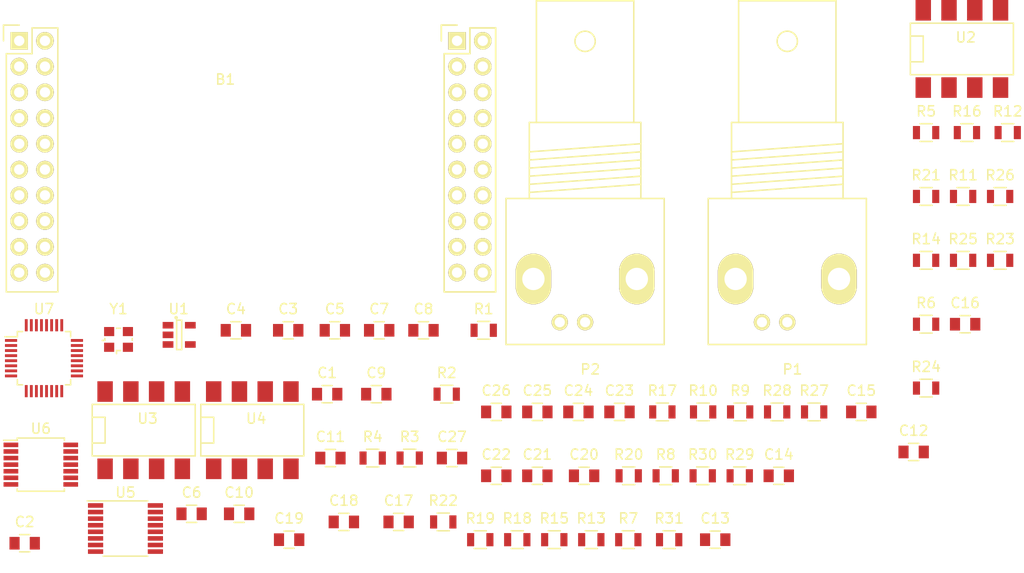
<source format=kicad_pcb>
(kicad_pcb (version 4) (host pcbnew 4.0.1-stable)

  (general
    (links 167)
    (no_connects 167)
    (area 0 0 0 0)
    (thickness 1.6)
    (drawings 0)
    (tracks 0)
    (zones 0)
    (modules 69)
    (nets 91)
  )

  (page A4)
  (layers
    (0 F.Cu signal)
    (31 B.Cu signal)
    (32 B.Adhes user)
    (33 F.Adhes user)
    (34 B.Paste user)
    (35 F.Paste user)
    (36 B.SilkS user)
    (37 F.SilkS user)
    (38 B.Mask user)
    (39 F.Mask user)
    (40 Dwgs.User user)
    (41 Cmts.User user)
    (42 Eco1.User user)
    (43 Eco2.User user)
    (44 Edge.Cuts user)
    (45 Margin user)
    (46 B.CrtYd user)
    (47 F.CrtYd user)
    (48 B.Fab user)
    (49 F.Fab user)
  )

  (setup
    (last_trace_width 0.25)
    (trace_clearance 0.2)
    (zone_clearance 0.508)
    (zone_45_only no)
    (trace_min 0.2)
    (segment_width 0.2)
    (edge_width 0.15)
    (via_size 0.6)
    (via_drill 0.4)
    (via_min_size 0.4)
    (via_min_drill 0.3)
    (uvia_size 0.3)
    (uvia_drill 0.1)
    (uvias_allowed no)
    (uvia_min_size 0.2)
    (uvia_min_drill 0.1)
    (pcb_text_width 0.3)
    (pcb_text_size 1.5 1.5)
    (mod_edge_width 0.15)
    (mod_text_size 1 1)
    (mod_text_width 0.15)
    (pad_size 1.524 1.524)
    (pad_drill 0.762)
    (pad_to_mask_clearance 0.2)
    (aux_axis_origin 0 0)
    (visible_elements 7FFFFFFF)
    (pcbplotparams
      (layerselection 0x00030_80000001)
      (usegerberextensions false)
      (excludeedgelayer true)
      (linewidth 0.100000)
      (plotframeref false)
      (viasonmask false)
      (mode 1)
      (useauxorigin false)
      (hpglpennumber 1)
      (hpglpenspeed 20)
      (hpglpendiameter 15)
      (hpglpenoverlay 2)
      (psnegative false)
      (psa4output false)
      (plotreference true)
      (plotvalue true)
      (plotinvisibletext false)
      (padsonsilk false)
      (subtractmaskfromsilk false)
      (outputformat 1)
      (mirror false)
      (drillshape 1)
      (scaleselection 1)
      (outputdirectory ""))
  )

  (net 0 "")
  (net 1 +3V3)
  (net 2 +5V)
  (net 3 "Net-(B1-PadP6.0)")
  (net 4 GND)
  (net 5 "Net-(B1-PadP3.2)")
  (net 6 "Net-(B1-PadP6.1)")
  (net 7 "Net-(B1-PadP3.3)")
  (net 8 "Net-(B1-PadP4.0)")
  (net 9 "Net-(B1-PadP4.1)")
  (net 10 "Net-(B1-PadP4.2)")
  (net 11 "Net-(B1-PadP4.3)")
  (net 12 "Net-(B1-PadP4.4)")
  (net 13 "Net-(B1-PadP1.5)")
  (net 14 "Net-(B1-PadP4.5)")
  (net 15 "Net-(B1-PadP4.6)")
  (net 16 "Net-(B1-PadP4.7)")
  (net 17 "Net-(B1-PadP6.5)")
  (net 18 "Net-(B1-PadP5.4)")
  (net 19 "Net-(B1-PadP6.4)")
  (net 20 "Net-(B1-PadP5.5)")
  (net 21 "Net-(B1-PadP2.3)")
  (net 22 "Net-(B1-PadP5.1)")
  (net 23 "Net-(B1-PadP6.7)")
  (net 24 SIMO)
  (net 25 "Net-(B1-PadP5.0)")
  (net 26 SOMI)
  (net 27 "Net-(B1-PadP6.6)")
  (net 28 "Net-(B1-PadP5.6)")
  (net 29 "Net-(B1-PadP5.7)")
  (net 30 "Net-(B1-PadRST)")
  (net 31 "Net-(B1-PadP3.0)")
  (net 32 "Net-(B1-PadP2.4)")
  (net 33 SCL)
  (net 34 "Net-(B1-PadP2.5)")
  (net 35 "Net-(B1-PadP2.6)")
  (net 36 DATA)
  (net 37 "Net-(B1-PadP3.6)")
  (net 38 "Net-(B1-PadP5.2)")
  (net 39 Clk_Config)
  (net 40 +1V8)
  (net 41 Mixer_Control)
  (net 42 1V65)
  (net 43 ADC1_Reflect)
  (net 44 ADC2_Mag)
  (net 45 ADC3_Port_2)
  (net 46 Mag_Probe)
  (net 47 Port_2)
  (net 48 "Net-(R1-Pad2)")
  (net 49 "Net-(R2-Pad2)")
  (net 50 "Net-(R3-Pad2)")
  (net 51 Port_1)
  (net 52 Reflect_-)
  (net 53 Reflect_Probe)
  (net 54 Port_2_Mix)
  (net 55 Mag_Probe_1)
  (net 56 "Net-(U2-Pad2)")
  (net 57 "Net-(U2-Pad5)")
  (net 58 "Net-(U2-Pad7)")
  (net 59 "Net-(U3-Pad5)")
  (net 60 "Net-(U3-Pad7)")
  (net 61 "Net-(U5-Pad1)")
  (net 62 "Net-(U5-Pad4)")
  (net 63 "Net-(U5-Pad8)")
  (net 64 "Net-(U5-Pad10)")
  (net 65 "Net-(U5-Pad11)")
  (net 66 "Net-(U5-Pad16)")
  (net 67 "Net-(U7-Pad7)")
  (net 68 "Net-(U7-Pad8)")
  (net 69 "Net-(U7-Pad24)")
  (net 70 "Net-(U7-Pad26)")
  (net 71 "Net-(U7-Pad32)")
  (net 72 "Net-(C7-Pad1)")
  (net 73 "Net-(C21-Pad2)")
  (net 74 "Net-(C23-Pad2)")
  (net 75 "Net-(C25-Pad2)")
  (net 76 "Net-(R4-Pad1)")
  (net 77 "Net-(R4-Pad2)")
  (net 78 "Net-(R5-Pad1)")
  (net 79 "Net-(R5-Pad2)")
  (net 80 "Net-(R13-Pad1)")
  (net 81 "Net-(R15-Pad1)")
  (net 82 "Net-(R16-Pad1)")
  (net 83 "Net-(R20-Pad1)")
  (net 84 "Net-(R20-Pad2)")
  (net 85 "Net-(R21-Pad1)")
  (net 86 "Net-(R22-Pad2)")
  (net 87 "Net-(R30-Pad1)")
  (net 88 "Net-(U3-Pad2)")
  (net 89 "Net-(U4-Pad5)")
  (net 90 "Net-(U4-Pad7)")

  (net_class Default "This is the default net class."
    (clearance 0.2)
    (trace_width 0.25)
    (via_dia 0.6)
    (via_drill 0.4)
    (uvia_dia 0.3)
    (uvia_drill 0.1)
    (add_net +1V8)
    (add_net +3V3)
    (add_net +5V)
    (add_net 1V65)
    (add_net ADC1_Reflect)
    (add_net ADC2_Mag)
    (add_net ADC3_Port_2)
    (add_net Clk_Config)
    (add_net DATA)
    (add_net GND)
    (add_net Mag_Probe)
    (add_net Mag_Probe_1)
    (add_net Mixer_Control)
    (add_net "Net-(B1-PadP1.5)")
    (add_net "Net-(B1-PadP2.3)")
    (add_net "Net-(B1-PadP2.4)")
    (add_net "Net-(B1-PadP2.5)")
    (add_net "Net-(B1-PadP2.6)")
    (add_net "Net-(B1-PadP3.0)")
    (add_net "Net-(B1-PadP3.2)")
    (add_net "Net-(B1-PadP3.3)")
    (add_net "Net-(B1-PadP3.6)")
    (add_net "Net-(B1-PadP4.0)")
    (add_net "Net-(B1-PadP4.1)")
    (add_net "Net-(B1-PadP4.2)")
    (add_net "Net-(B1-PadP4.3)")
    (add_net "Net-(B1-PadP4.4)")
    (add_net "Net-(B1-PadP4.5)")
    (add_net "Net-(B1-PadP4.6)")
    (add_net "Net-(B1-PadP4.7)")
    (add_net "Net-(B1-PadP5.0)")
    (add_net "Net-(B1-PadP5.1)")
    (add_net "Net-(B1-PadP5.2)")
    (add_net "Net-(B1-PadP5.4)")
    (add_net "Net-(B1-PadP5.5)")
    (add_net "Net-(B1-PadP5.6)")
    (add_net "Net-(B1-PadP5.7)")
    (add_net "Net-(B1-PadP6.0)")
    (add_net "Net-(B1-PadP6.1)")
    (add_net "Net-(B1-PadP6.4)")
    (add_net "Net-(B1-PadP6.5)")
    (add_net "Net-(B1-PadP6.6)")
    (add_net "Net-(B1-PadP6.7)")
    (add_net "Net-(B1-PadRST)")
    (add_net "Net-(C21-Pad2)")
    (add_net "Net-(C23-Pad2)")
    (add_net "Net-(C25-Pad2)")
    (add_net "Net-(C7-Pad1)")
    (add_net "Net-(R1-Pad2)")
    (add_net "Net-(R13-Pad1)")
    (add_net "Net-(R15-Pad1)")
    (add_net "Net-(R16-Pad1)")
    (add_net "Net-(R2-Pad2)")
    (add_net "Net-(R20-Pad1)")
    (add_net "Net-(R20-Pad2)")
    (add_net "Net-(R21-Pad1)")
    (add_net "Net-(R22-Pad2)")
    (add_net "Net-(R3-Pad2)")
    (add_net "Net-(R30-Pad1)")
    (add_net "Net-(R4-Pad1)")
    (add_net "Net-(R4-Pad2)")
    (add_net "Net-(R5-Pad1)")
    (add_net "Net-(R5-Pad2)")
    (add_net "Net-(U2-Pad2)")
    (add_net "Net-(U2-Pad5)")
    (add_net "Net-(U2-Pad7)")
    (add_net "Net-(U3-Pad2)")
    (add_net "Net-(U3-Pad5)")
    (add_net "Net-(U3-Pad7)")
    (add_net "Net-(U4-Pad5)")
    (add_net "Net-(U4-Pad7)")
    (add_net "Net-(U5-Pad1)")
    (add_net "Net-(U5-Pad10)")
    (add_net "Net-(U5-Pad11)")
    (add_net "Net-(U5-Pad16)")
    (add_net "Net-(U5-Pad4)")
    (add_net "Net-(U5-Pad8)")
    (add_net "Net-(U7-Pad24)")
    (add_net "Net-(U7-Pad26)")
    (add_net "Net-(U7-Pad32)")
    (add_net "Net-(U7-Pad7)")
    (add_net "Net-(U7-Pad8)")
    (add_net Port_1)
    (add_net Port_2)
    (add_net Port_2_Mix)
    (add_net Reflect_-)
    (add_net Reflect_Probe)
    (add_net SCL)
    (add_net SIMO)
    (add_net SOMI)
  )

  (module Footprints:TI_BoosterPack (layer F.Cu) (tedit 56D0A0E0) (tstamp 57301750)
    (at 115.075001 79.155)
    (descr http://processors.wiki.ti.com/index.php/BYOB)
    (tags BoosterPack)
    (path /5721AD23)
    (fp_text reference B1 (at -3.81 3.81) (layer F.SilkS)
      (effects (font (size 1 1) (thickness 0.15)))
    )
    (fp_text value EXP-_MSP432P401R_BoosterPack (at 0 -3.1) (layer F.Fab)
      (effects (font (size 1 1) (thickness 0.15)))
    )
    (fp_line (start -19.85 25.05) (end -25.9 25.05) (layer F.CrtYd) (width 0.15))
    (fp_line (start -19.85 25) (end -19.85 25.05) (layer F.CrtYd) (width 0.15))
    (fp_line (start -19.85 -1.75) (end -19.85 25) (layer F.CrtYd) (width 0.15))
    (fp_line (start -25.9 -1.75) (end -19.85 -1.75) (layer F.CrtYd) (width 0.15))
    (fp_line (start -25.9 -1.75) (end -25.9 25.05) (layer F.CrtYd) (width 0.15))
    (fp_line (start 17.78 24.765) (end 17.78 1.27) (layer F.SilkS) (width 0.15))
    (fp_line (start 22.86 24.765) (end 17.78 24.765) (layer F.SilkS) (width 0.15))
    (fp_line (start 22.86 -1.27) (end 22.86 24.765) (layer F.SilkS) (width 0.15))
    (fp_line (start -25.4 24.765) (end -25.4 1.27) (layer F.SilkS) (width 0.15))
    (fp_line (start -20.32 24.765) (end -25.4 24.765) (layer F.SilkS) (width 0.15))
    (fp_line (start -20.32 -1.27) (end -20.32 24.765) (layer F.SilkS) (width 0.15))
    (fp_line (start -25.88 -1.75) (end -19.83 -1.75) (layer F.CrtYd) (width 0.05))
    (fp_line (start -20.32 -1.27) (end -22.86 -1.27) (layer F.SilkS) (width 0.15))
    (fp_line (start -24.13 -1.55) (end -25.68 -1.55) (layer F.SilkS) (width 0.15))
    (fp_line (start -22.86 -1.27) (end -22.86 1.27) (layer F.SilkS) (width 0.15))
    (fp_line (start -22.86 1.27) (end -25.4 1.27) (layer F.SilkS) (width 0.15))
    (fp_line (start -25.68 -1.55) (end -25.68 0) (layer F.SilkS) (width 0.15))
    (fp_line (start 22.86 -1.27) (end 20.32 -1.27) (layer F.SilkS) (width 0.15))
    (fp_line (start 20.32 -1.27) (end 20.32 1.27) (layer F.SilkS) (width 0.15))
    (fp_line (start 17.5 -1.55) (end 17.5 0) (layer F.SilkS) (width 0.15))
    (fp_line (start 19.05 -1.55) (end 17.5 -1.55) (layer F.SilkS) (width 0.15))
    (fp_line (start 20.32 1.27) (end 17.78 1.27) (layer F.SilkS) (width 0.15))
    (fp_line (start 17.3 -1.75) (end 23.35 -1.75) (layer F.CrtYd) (width 0.05))
    (fp_line (start 17.28 -1.75) (end 23.33 -1.75) (layer F.CrtYd) (width 0.15))
    (fp_line (start 23.33 -1.75) (end 23.33 25) (layer F.CrtYd) (width 0.15))
    (fp_line (start 23.33 25) (end 23.33 25.05) (layer F.CrtYd) (width 0.15))
    (fp_line (start 17.28 -1.75) (end 17.28 25.05) (layer F.CrtYd) (width 0.15))
    (fp_line (start 23.33 25.05) (end 17.28 25.05) (layer F.CrtYd) (width 0.15))
    (fp_line (start 17.3 -1.75) (end 23.35 -1.75) (layer F.CrtYd) (width 0.05))
    (fp_line (start 22.86 -1.27) (end 22.86 24.765) (layer F.SilkS) (width 0.15))
    (fp_line (start 22.86 -1.27) (end 20.32 -1.27) (layer F.SilkS) (width 0.15))
    (fp_line (start 17.78 24.765) (end 17.78 1.27) (layer F.SilkS) (width 0.15))
    (fp_line (start 22.86 24.765) (end 17.78 24.765) (layer F.SilkS) (width 0.15))
    (fp_line (start 17.5 -1.55) (end 17.5 0) (layer F.SilkS) (width 0.15))
    (fp_line (start 19.05 -1.55) (end 17.5 -1.55) (layer F.SilkS) (width 0.15))
    (fp_line (start 20.32 1.27) (end 17.78 1.27) (layer F.SilkS) (width 0.15))
    (fp_line (start 20.32 -1.27) (end 20.32 1.27) (layer F.SilkS) (width 0.15))
    (pad 3.3V thru_hole rect (at -24.13 0) (size 1.7272 1.7272) (drill 1.016) (layers *.Cu *.Mask F.SilkS)
      (net 1 +3V3))
    (pad 5V thru_hole oval (at -21.59 0) (size 1.7272 1.7272) (drill 1.016) (layers *.Cu *.Mask F.SilkS)
      (net 2 +5V))
    (pad P6.0 thru_hole oval (at -24.13 2.54) (size 1.7272 1.7272) (drill 1.016) (layers *.Cu *.Mask F.SilkS)
      (net 3 "Net-(B1-PadP6.0)"))
    (pad GND1 thru_hole oval (at -21.59 2.54) (size 1.7272 1.7272) (drill 1.016) (layers *.Cu *.Mask F.SilkS)
      (net 4 GND))
    (pad P3.2 thru_hole oval (at -24.13 5.08) (size 1.7272 1.7272) (drill 1.016) (layers *.Cu *.Mask F.SilkS)
      (net 5 "Net-(B1-PadP3.2)"))
    (pad P6.1 thru_hole oval (at -21.59 5.08) (size 1.7272 1.7272) (drill 1.016) (layers *.Cu *.Mask F.SilkS)
      (net 6 "Net-(B1-PadP6.1)"))
    (pad P3.3 thru_hole oval (at -24.13 7.62) (size 1.7272 1.7272) (drill 1.016) (layers *.Cu *.Mask F.SilkS)
      (net 7 "Net-(B1-PadP3.3)"))
    (pad P4.0 thru_hole oval (at -21.59 7.62) (size 1.7272 1.7272) (drill 1.016) (layers *.Cu *.Mask F.SilkS)
      (net 8 "Net-(B1-PadP4.0)"))
    (pad P4.1 thru_hole oval (at -24.13 10.16) (size 1.7272 1.7272) (drill 1.016) (layers *.Cu *.Mask F.SilkS)
      (net 9 "Net-(B1-PadP4.1)"))
    (pad P4.2 thru_hole oval (at -21.59 10.16) (size 1.7272 1.7272) (drill 1.016) (layers *.Cu *.Mask F.SilkS)
      (net 10 "Net-(B1-PadP4.2)"))
    (pad P4.3 thru_hole oval (at -24.13 12.7) (size 1.7272 1.7272) (drill 1.016) (layers *.Cu *.Mask F.SilkS)
      (net 11 "Net-(B1-PadP4.3)"))
    (pad P4.4 thru_hole oval (at -21.59 12.7) (size 1.7272 1.7272) (drill 1.016) (layers *.Cu *.Mask F.SilkS)
      (net 12 "Net-(B1-PadP4.4)"))
    (pad P1.5 thru_hole oval (at -24.13 15.24) (size 1.7272 1.7272) (drill 1.016) (layers *.Cu *.Mask F.SilkS)
      (net 13 "Net-(B1-PadP1.5)"))
    (pad P4.5 thru_hole oval (at -21.59 15.24) (size 1.7272 1.7272) (drill 1.016) (layers *.Cu *.Mask F.SilkS)
      (net 14 "Net-(B1-PadP4.5)"))
    (pad P4.6 thru_hole oval (at -24.13 17.78) (size 1.7272 1.7272) (drill 1.016) (layers *.Cu *.Mask F.SilkS)
      (net 15 "Net-(B1-PadP4.6)"))
    (pad P4.7 thru_hole oval (at -21.59 17.78) (size 1.7272 1.7272) (drill 1.016) (layers *.Cu *.Mask F.SilkS)
      (net 16 "Net-(B1-PadP4.7)"))
    (pad P6.5 thru_hole oval (at -24.13 20.32) (size 1.7272 1.7272) (drill 1.016) (layers *.Cu *.Mask F.SilkS)
      (net 17 "Net-(B1-PadP6.5)"))
    (pad P5.4 thru_hole oval (at -21.59 20.32) (size 1.7272 1.7272) (drill 1.016) (layers *.Cu *.Mask F.SilkS)
      (net 18 "Net-(B1-PadP5.4)"))
    (pad P6.4 thru_hole oval (at -24.13 22.86) (size 1.7272 1.7272) (drill 1.016) (layers *.Cu *.Mask F.SilkS)
      (net 19 "Net-(B1-PadP6.4)"))
    (pad P5.5 thru_hole oval (at -21.59 22.86) (size 1.7272 1.7272) (drill 1.016) (layers *.Cu *.Mask F.SilkS)
      (net 20 "Net-(B1-PadP5.5)"))
    (pad P2.3 thru_hole oval (at 19.05 15.24) (size 1.7272 1.7272) (drill 1.016) (layers *.Cu *.Mask F.SilkS)
      (net 21 "Net-(B1-PadP2.3)"))
    (pad P5.1 thru_hole oval (at 19.05 17.78) (size 1.7272 1.7272) (drill 1.016) (layers *.Cu *.Mask F.SilkS)
      (net 22 "Net-(B1-PadP5.1)"))
    (pad P6.7 thru_hole oval (at 19.05 12.7) (size 1.7272 1.7272) (drill 1.016) (layers *.Cu *.Mask F.SilkS)
      (net 23 "Net-(B1-PadP6.7)"))
    (pad P1.6 thru_hole oval (at 21.59 12.7) (size 1.7272 1.7272) (drill 1.016) (layers *.Cu *.Mask F.SilkS)
      (net 24 SIMO))
    (pad P5.0 thru_hole oval (at 21.59 17.78) (size 1.7272 1.7272) (drill 1.016) (layers *.Cu *.Mask F.SilkS)
      (net 25 "Net-(B1-PadP5.0)"))
    (pad P1.7 thru_hole oval (at 21.59 15.24) (size 1.7272 1.7272) (drill 1.016) (layers *.Cu *.Mask F.SilkS)
      (net 26 SOMI))
    (pad P6.6 thru_hole oval (at 19.05 10.16) (size 1.7272 1.7272) (drill 1.016) (layers *.Cu *.Mask F.SilkS)
      (net 27 "Net-(B1-PadP6.6)"))
    (pad P5.6 thru_hole oval (at 19.05 7.62) (size 1.7272 1.7272) (drill 1.016) (layers *.Cu *.Mask F.SilkS)
      (net 28 "Net-(B1-PadP5.6)"))
    (pad P5.7 thru_hole oval (at 21.59 7.62) (size 1.7272 1.7272) (drill 1.016) (layers *.Cu *.Mask F.SilkS)
      (net 29 "Net-(B1-PadP5.7)"))
    (pad RST thru_hole oval (at 21.59 10.16) (size 1.7272 1.7272) (drill 1.016) (layers *.Cu *.Mask F.SilkS)
      (net 30 "Net-(B1-PadRST)"))
    (pad P3.0 thru_hole oval (at 21.59 5.08) (size 1.7272 1.7272) (drill 1.016) (layers *.Cu *.Mask F.SilkS)
      (net 31 "Net-(B1-PadP3.0)"))
    (pad P2.4 thru_hole oval (at 19.05 5.08) (size 1.7272 1.7272) (drill 1.016) (layers *.Cu *.Mask F.SilkS)
      (net 32 "Net-(B1-PadP2.4)"))
    (pad P2.7 thru_hole rect (at 19.05 0) (size 1.7272 1.7272) (drill 1.016) (layers *.Cu *.Mask F.SilkS)
      (net 33 SCL))
    (pad P2.5 thru_hole oval (at 21.59 2.54) (size 1.7272 1.7272) (drill 1.016) (layers *.Cu *.Mask F.SilkS)
      (net 34 "Net-(B1-PadP2.5)"))
    (pad P2.6 thru_hole oval (at 19.05 2.54) (size 1.7272 1.7272) (drill 1.016) (layers *.Cu *.Mask F.SilkS)
      (net 35 "Net-(B1-PadP2.6)"))
    (pad GND thru_hole oval (at 21.59 0) (size 1.7272 1.7272) (drill 1.016) (layers *.Cu *.Mask F.SilkS)
      (net 4 GND))
    (pad P3.7 thru_hole oval (at 19.05 22.86) (size 1.7272 1.7272) (drill 1.016) (layers *.Cu *.Mask F.SilkS)
      (net 36 DATA))
    (pad P3.6 thru_hole oval (at 21.59 22.86) (size 1.7272 1.7272) (drill 1.016) (layers *.Cu *.Mask F.SilkS)
      (net 37 "Net-(B1-PadP3.6)"))
    (pad P5.2 thru_hole oval (at 21.59 20.32) (size 1.7272 1.7272) (drill 1.016) (layers *.Cu *.Mask F.SilkS)
      (net 38 "Net-(B1-PadP5.2)"))
    (pad P3.5 thru_hole oval (at 19.05 20.32) (size 1.7272 1.7272) (drill 1.016) (layers *.Cu *.Mask F.SilkS)
      (net 39 Clk_Config))
    (model Pin_Headers.3dshapes/Pin_Header_Straight_2x20.wrl
      (at (xyz 0.05 -0.95 0))
      (scale (xyz 1 1 1))
      (rotate (xyz 0 0 90))
    )
  )

  (module Capacitors_SMD:C_0805 (layer F.Cu) (tedit 5415D6EA) (tstamp 57301756)
    (at 121.315001 114.005)
    (descr "Capacitor SMD 0805, reflow soldering, AVX (see smccp.pdf)")
    (tags "capacitor 0805")
    (path /572718FD)
    (attr smd)
    (fp_text reference C1 (at 0 -2.1) (layer F.SilkS)
      (effects (font (size 1 1) (thickness 0.15)))
    )
    (fp_text value 1uF (at 0 2.1) (layer F.Fab)
      (effects (font (size 1 1) (thickness 0.15)))
    )
    (fp_line (start -1.8 -1) (end 1.8 -1) (layer F.CrtYd) (width 0.05))
    (fp_line (start -1.8 1) (end 1.8 1) (layer F.CrtYd) (width 0.05))
    (fp_line (start -1.8 -1) (end -1.8 1) (layer F.CrtYd) (width 0.05))
    (fp_line (start 1.8 -1) (end 1.8 1) (layer F.CrtYd) (width 0.05))
    (fp_line (start 0.5 -0.85) (end -0.5 -0.85) (layer F.SilkS) (width 0.15))
    (fp_line (start -0.5 0.85) (end 0.5 0.85) (layer F.SilkS) (width 0.15))
    (pad 1 smd rect (at -1 0) (size 1 1.25) (layers F.Cu F.Paste F.Mask)
      (net 2 +5V))
    (pad 2 smd rect (at 1 0) (size 1 1.25) (layers F.Cu F.Paste F.Mask)
      (net 4 GND))
    (model Capacitors_SMD.3dshapes/C_0805.wrl
      (at (xyz 0 0 0))
      (scale (xyz 1 1 1))
      (rotate (xyz 0 0 0))
    )
  )

  (module Capacitors_SMD:C_0805 (layer F.Cu) (tedit 5415D6EA) (tstamp 5730175C)
    (at 91.484524 128.705)
    (descr "Capacitor SMD 0805, reflow soldering, AVX (see smccp.pdf)")
    (tags "capacitor 0805")
    (path /5729AFF4)
    (attr smd)
    (fp_text reference C2 (at 0 -2.1) (layer F.SilkS)
      (effects (font (size 1 1) (thickness 0.15)))
    )
    (fp_text value 470nF (at 0 2.1) (layer F.Fab)
      (effects (font (size 1 1) (thickness 0.15)))
    )
    (fp_line (start -1.8 -1) (end 1.8 -1) (layer F.CrtYd) (width 0.05))
    (fp_line (start -1.8 1) (end 1.8 1) (layer F.CrtYd) (width 0.05))
    (fp_line (start -1.8 -1) (end -1.8 1) (layer F.CrtYd) (width 0.05))
    (fp_line (start 1.8 -1) (end 1.8 1) (layer F.CrtYd) (width 0.05))
    (fp_line (start 0.5 -0.85) (end -0.5 -0.85) (layer F.SilkS) (width 0.15))
    (fp_line (start -0.5 0.85) (end 0.5 0.85) (layer F.SilkS) (width 0.15))
    (pad 1 smd rect (at -1 0) (size 1 1.25) (layers F.Cu F.Paste F.Mask)
      (net 55 Mag_Probe_1))
    (pad 2 smd rect (at 1 0) (size 1 1.25) (layers F.Cu F.Paste F.Mask)
      (net 4 GND))
    (model Capacitors_SMD.3dshapes/C_0805.wrl
      (at (xyz 0 0 0))
      (scale (xyz 1 1 1))
      (rotate (xyz 0 0 0))
    )
  )

  (module Capacitors_SMD:C_0805 (layer F.Cu) (tedit 5415D6EA) (tstamp 57301762)
    (at 117.474524 107.705)
    (descr "Capacitor SMD 0805, reflow soldering, AVX (see smccp.pdf)")
    (tags "capacitor 0805")
    (path /5729976B)
    (attr smd)
    (fp_text reference C3 (at 0 -2.1) (layer F.SilkS)
      (effects (font (size 1 1) (thickness 0.15)))
    )
    (fp_text value 470nF (at 0 2.1) (layer F.Fab)
      (effects (font (size 1 1) (thickness 0.15)))
    )
    (fp_line (start -1.8 -1) (end 1.8 -1) (layer F.CrtYd) (width 0.05))
    (fp_line (start -1.8 1) (end 1.8 1) (layer F.CrtYd) (width 0.05))
    (fp_line (start -1.8 -1) (end -1.8 1) (layer F.CrtYd) (width 0.05))
    (fp_line (start 1.8 -1) (end 1.8 1) (layer F.CrtYd) (width 0.05))
    (fp_line (start 0.5 -0.85) (end -0.5 -0.85) (layer F.SilkS) (width 0.15))
    (fp_line (start -0.5 0.85) (end 0.5 0.85) (layer F.SilkS) (width 0.15))
    (pad 1 smd rect (at -1 0) (size 1 1.25) (layers F.Cu F.Paste F.Mask)
      (net 54 Port_2_Mix))
    (pad 2 smd rect (at 1 0) (size 1 1.25) (layers F.Cu F.Paste F.Mask)
      (net 4 GND))
    (model Capacitors_SMD.3dshapes/C_0805.wrl
      (at (xyz 0 0 0))
      (scale (xyz 1 1 1))
      (rotate (xyz 0 0 0))
    )
  )

  (module Capacitors_SMD:C_0805 (layer F.Cu) (tedit 5415D6EA) (tstamp 57301768)
    (at 112.314524 107.705)
    (descr "Capacitor SMD 0805, reflow soldering, AVX (see smccp.pdf)")
    (tags "capacitor 0805")
    (path /5729ABA8)
    (attr smd)
    (fp_text reference C4 (at 0 -2.1) (layer F.SilkS)
      (effects (font (size 1 1) (thickness 0.15)))
    )
    (fp_text value 470nF (at 0 2.1) (layer F.Fab)
      (effects (font (size 1 1) (thickness 0.15)))
    )
    (fp_line (start -1.8 -1) (end 1.8 -1) (layer F.CrtYd) (width 0.05))
    (fp_line (start -1.8 1) (end 1.8 1) (layer F.CrtYd) (width 0.05))
    (fp_line (start -1.8 -1) (end -1.8 1) (layer F.CrtYd) (width 0.05))
    (fp_line (start 1.8 -1) (end 1.8 1) (layer F.CrtYd) (width 0.05))
    (fp_line (start 0.5 -0.85) (end -0.5 -0.85) (layer F.SilkS) (width 0.15))
    (fp_line (start -0.5 0.85) (end 0.5 0.85) (layer F.SilkS) (width 0.15))
    (pad 1 smd rect (at -1 0) (size 1 1.25) (layers F.Cu F.Paste F.Mask)
      (net 53 Reflect_Probe))
    (pad 2 smd rect (at 1 0) (size 1 1.25) (layers F.Cu F.Paste F.Mask)
      (net 4 GND))
    (model Capacitors_SMD.3dshapes/C_0805.wrl
      (at (xyz 0 0 0))
      (scale (xyz 1 1 1))
      (rotate (xyz 0 0 0))
    )
  )

  (module Capacitors_SMD:C_0805 (layer F.Cu) (tedit 5415D6EA) (tstamp 5730176E)
    (at 122.075001 107.705)
    (descr "Capacitor SMD 0805, reflow soldering, AVX (see smccp.pdf)")
    (tags "capacitor 0805")
    (path /5721D725)
    (attr smd)
    (fp_text reference C5 (at 0 -2.1) (layer F.SilkS)
      (effects (font (size 1 1) (thickness 0.15)))
    )
    (fp_text value 1uF (at 0 2.1) (layer F.Fab)
      (effects (font (size 1 1) (thickness 0.15)))
    )
    (fp_line (start -1.8 -1) (end 1.8 -1) (layer F.CrtYd) (width 0.05))
    (fp_line (start -1.8 1) (end 1.8 1) (layer F.CrtYd) (width 0.05))
    (fp_line (start -1.8 -1) (end -1.8 1) (layer F.CrtYd) (width 0.05))
    (fp_line (start 1.8 -1) (end 1.8 1) (layer F.CrtYd) (width 0.05))
    (fp_line (start 0.5 -0.85) (end -0.5 -0.85) (layer F.SilkS) (width 0.15))
    (fp_line (start -0.5 0.85) (end 0.5 0.85) (layer F.SilkS) (width 0.15))
    (pad 1 smd rect (at -1 0) (size 1 1.25) (layers F.Cu F.Paste F.Mask)
      (net 4 GND))
    (pad 2 smd rect (at 1 0) (size 1 1.25) (layers F.Cu F.Paste F.Mask)
      (net 40 +1V8))
    (model Capacitors_SMD.3dshapes/C_0805.wrl
      (at (xyz 0 0 0))
      (scale (xyz 1 1 1))
      (rotate (xyz 0 0 0))
    )
  )

  (module Capacitors_SMD:C_0805 (layer F.Cu) (tedit 5415D6EA) (tstamp 57301774)
    (at 107.946428 125.805)
    (descr "Capacitor SMD 0805, reflow soldering, AVX (see smccp.pdf)")
    (tags "capacitor 0805")
    (path /5721CD6E)
    (attr smd)
    (fp_text reference C6 (at 0 -2.1) (layer F.SilkS)
      (effects (font (size 1 1) (thickness 0.15)))
    )
    (fp_text value 0.1uF (at 0 2.1) (layer F.Fab)
      (effects (font (size 1 1) (thickness 0.15)))
    )
    (fp_line (start -1.8 -1) (end 1.8 -1) (layer F.CrtYd) (width 0.05))
    (fp_line (start -1.8 1) (end 1.8 1) (layer F.CrtYd) (width 0.05))
    (fp_line (start -1.8 -1) (end -1.8 1) (layer F.CrtYd) (width 0.05))
    (fp_line (start 1.8 -1) (end 1.8 1) (layer F.CrtYd) (width 0.05))
    (fp_line (start 0.5 -0.85) (end -0.5 -0.85) (layer F.SilkS) (width 0.15))
    (fp_line (start -0.5 0.85) (end 0.5 0.85) (layer F.SilkS) (width 0.15))
    (pad 1 smd rect (at -1 0) (size 1 1.25) (layers F.Cu F.Paste F.Mask)
      (net 4 GND))
    (pad 2 smd rect (at 1 0) (size 1 1.25) (layers F.Cu F.Paste F.Mask)
      (net 40 +1V8))
    (model Capacitors_SMD.3dshapes/C_0805.wrl
      (at (xyz 0 0 0))
      (scale (xyz 1 1 1))
      (rotate (xyz 0 0 0))
    )
  )

  (module Capacitors_SMD:C_0805 (layer F.Cu) (tedit 5415D6EA) (tstamp 5730177A)
    (at 126.446428 107.705)
    (descr "Capacitor SMD 0805, reflow soldering, AVX (see smccp.pdf)")
    (tags "capacitor 0805")
    (path /5728541E)
    (attr smd)
    (fp_text reference C7 (at 0 -2.1) (layer F.SilkS)
      (effects (font (size 1 1) (thickness 0.15)))
    )
    (fp_text value 0.1uF (at 0 2.1) (layer F.Fab)
      (effects (font (size 1 1) (thickness 0.15)))
    )
    (fp_line (start -1.8 -1) (end 1.8 -1) (layer F.CrtYd) (width 0.05))
    (fp_line (start -1.8 1) (end 1.8 1) (layer F.CrtYd) (width 0.05))
    (fp_line (start -1.8 -1) (end -1.8 1) (layer F.CrtYd) (width 0.05))
    (fp_line (start 1.8 -1) (end 1.8 1) (layer F.CrtYd) (width 0.05))
    (fp_line (start 0.5 -0.85) (end -0.5 -0.85) (layer F.SilkS) (width 0.15))
    (fp_line (start -0.5 0.85) (end 0.5 0.85) (layer F.SilkS) (width 0.15))
    (pad 1 smd rect (at -1 0) (size 1 1.25) (layers F.Cu F.Paste F.Mask)
      (net 72 "Net-(C7-Pad1)"))
    (pad 2 smd rect (at 1 0) (size 1 1.25) (layers F.Cu F.Paste F.Mask)
      (net 4 GND))
    (model Capacitors_SMD.3dshapes/C_0805.wrl
      (at (xyz 0 0 0))
      (scale (xyz 1 1 1))
      (rotate (xyz 0 0 0))
    )
  )

  (module Capacitors_SMD:C_0805 (layer F.Cu) (tedit 5415D6EA) (tstamp 57301780)
    (at 130.815001 107.705)
    (descr "Capacitor SMD 0805, reflow soldering, AVX (see smccp.pdf)")
    (tags "capacitor 0805")
    (path /5721F54B)
    (attr smd)
    (fp_text reference C8 (at 0 -2.1) (layer F.SilkS)
      (effects (font (size 1 1) (thickness 0.15)))
    )
    (fp_text value 1uF (at 0 2.1) (layer F.Fab)
      (effects (font (size 1 1) (thickness 0.15)))
    )
    (fp_line (start -1.8 -1) (end 1.8 -1) (layer F.CrtYd) (width 0.05))
    (fp_line (start -1.8 1) (end 1.8 1) (layer F.CrtYd) (width 0.05))
    (fp_line (start -1.8 -1) (end -1.8 1) (layer F.CrtYd) (width 0.05))
    (fp_line (start 1.8 -1) (end 1.8 1) (layer F.CrtYd) (width 0.05))
    (fp_line (start 0.5 -0.85) (end -0.5 -0.85) (layer F.SilkS) (width 0.15))
    (fp_line (start -0.5 0.85) (end 0.5 0.85) (layer F.SilkS) (width 0.15))
    (pad 1 smd rect (at -1 0) (size 1 1.25) (layers F.Cu F.Paste F.Mask)
      (net 4 GND))
    (pad 2 smd rect (at 1 0) (size 1 1.25) (layers F.Cu F.Paste F.Mask)
      (net 1 +3V3))
    (model Capacitors_SMD.3dshapes/C_0805.wrl
      (at (xyz 0 0 0))
      (scale (xyz 1 1 1))
      (rotate (xyz 0 0 0))
    )
  )

  (module Capacitors_SMD:C_0805 (layer F.Cu) (tedit 5415D6EA) (tstamp 57301786)
    (at 126.162619 114.005)
    (descr "Capacitor SMD 0805, reflow soldering, AVX (see smccp.pdf)")
    (tags "capacitor 0805")
    (path /5721F5F8)
    (attr smd)
    (fp_text reference C9 (at 0 -2.1) (layer F.SilkS)
      (effects (font (size 1 1) (thickness 0.15)))
    )
    (fp_text value 0.01uF (at 0 2.1) (layer F.Fab)
      (effects (font (size 1 1) (thickness 0.15)))
    )
    (fp_line (start -1.8 -1) (end 1.8 -1) (layer F.CrtYd) (width 0.05))
    (fp_line (start -1.8 1) (end 1.8 1) (layer F.CrtYd) (width 0.05))
    (fp_line (start -1.8 -1) (end -1.8 1) (layer F.CrtYd) (width 0.05))
    (fp_line (start 1.8 -1) (end 1.8 1) (layer F.CrtYd) (width 0.05))
    (fp_line (start 0.5 -0.85) (end -0.5 -0.85) (layer F.SilkS) (width 0.15))
    (fp_line (start -0.5 0.85) (end 0.5 0.85) (layer F.SilkS) (width 0.15))
    (pad 1 smd rect (at -1 0) (size 1 1.25) (layers F.Cu F.Paste F.Mask)
      (net 4 GND))
    (pad 2 smd rect (at 1 0) (size 1 1.25) (layers F.Cu F.Paste F.Mask)
      (net 1 +3V3))
    (model Capacitors_SMD.3dshapes/C_0805.wrl
      (at (xyz 0 0 0))
      (scale (xyz 1 1 1))
      (rotate (xyz 0 0 0))
    )
  )

  (module Capacitors_SMD:C_0805 (layer F.Cu) (tedit 5415D6EA) (tstamp 5730178C)
    (at 112.636428 125.805)
    (descr "Capacitor SMD 0805, reflow soldering, AVX (see smccp.pdf)")
    (tags "capacitor 0805")
    (path /572955E8)
    (attr smd)
    (fp_text reference C10 (at 0 -2.1) (layer F.SilkS)
      (effects (font (size 1 1) (thickness 0.15)))
    )
    (fp_text value 0.1uF (at 0 2.1) (layer F.Fab)
      (effects (font (size 1 1) (thickness 0.15)))
    )
    (fp_line (start -1.8 -1) (end 1.8 -1) (layer F.CrtYd) (width 0.05))
    (fp_line (start -1.8 1) (end 1.8 1) (layer F.CrtYd) (width 0.05))
    (fp_line (start -1.8 -1) (end -1.8 1) (layer F.CrtYd) (width 0.05))
    (fp_line (start 1.8 -1) (end 1.8 1) (layer F.CrtYd) (width 0.05))
    (fp_line (start 0.5 -0.85) (end -0.5 -0.85) (layer F.SilkS) (width 0.15))
    (fp_line (start -0.5 0.85) (end 0.5 0.85) (layer F.SilkS) (width 0.15))
    (pad 1 smd rect (at -1 0) (size 1 1.25) (layers F.Cu F.Paste F.Mask)
      (net 4 GND))
    (pad 2 smd rect (at 1 0) (size 1 1.25) (layers F.Cu F.Paste F.Mask)
      (net 2 +5V))
    (model Capacitors_SMD.3dshapes/C_0805.wrl
      (at (xyz 0 0 0))
      (scale (xyz 1 1 1))
      (rotate (xyz 0 0 0))
    )
  )

  (module Capacitors_SMD:C_0805 (layer F.Cu) (tedit 5415D6EA) (tstamp 57301792)
    (at 121.636428 120.305)
    (descr "Capacitor SMD 0805, reflow soldering, AVX (see smccp.pdf)")
    (tags "capacitor 0805")
    (path /5722F2E4)
    (attr smd)
    (fp_text reference C11 (at 0 -2.1) (layer F.SilkS)
      (effects (font (size 1 1) (thickness 0.15)))
    )
    (fp_text value 0.1uF (at 0 2.1) (layer F.Fab)
      (effects (font (size 1 1) (thickness 0.15)))
    )
    (fp_line (start -1.8 -1) (end 1.8 -1) (layer F.CrtYd) (width 0.05))
    (fp_line (start -1.8 1) (end 1.8 1) (layer F.CrtYd) (width 0.05))
    (fp_line (start -1.8 -1) (end -1.8 1) (layer F.CrtYd) (width 0.05))
    (fp_line (start 1.8 -1) (end 1.8 1) (layer F.CrtYd) (width 0.05))
    (fp_line (start 0.5 -0.85) (end -0.5 -0.85) (layer F.SilkS) (width 0.15))
    (fp_line (start -0.5 0.85) (end 0.5 0.85) (layer F.SilkS) (width 0.15))
    (pad 1 smd rect (at -1 0) (size 1 1.25) (layers F.Cu F.Paste F.Mask)
      (net 4 GND))
    (pad 2 smd rect (at 1 0) (size 1 1.25) (layers F.Cu F.Paste F.Mask)
      (net 2 +5V))
    (model Capacitors_SMD.3dshapes/C_0805.wrl
      (at (xyz 0 0 0))
      (scale (xyz 1 1 1))
      (rotate (xyz 0 0 0))
    )
  )

  (module Capacitors_SMD:C_0805 (layer F.Cu) (tedit 5415D6EA) (tstamp 57301798)
    (at 179.156428 119.705)
    (descr "Capacitor SMD 0805, reflow soldering, AVX (see smccp.pdf)")
    (tags "capacitor 0805")
    (path /5729428C)
    (attr smd)
    (fp_text reference C12 (at 0 -2.1) (layer F.SilkS)
      (effects (font (size 1 1) (thickness 0.15)))
    )
    (fp_text value 0.1uF (at 0 2.1) (layer F.Fab)
      (effects (font (size 1 1) (thickness 0.15)))
    )
    (fp_line (start -1.8 -1) (end 1.8 -1) (layer F.CrtYd) (width 0.05))
    (fp_line (start -1.8 1) (end 1.8 1) (layer F.CrtYd) (width 0.05))
    (fp_line (start -1.8 -1) (end -1.8 1) (layer F.CrtYd) (width 0.05))
    (fp_line (start 1.8 -1) (end 1.8 1) (layer F.CrtYd) (width 0.05))
    (fp_line (start 0.5 -0.85) (end -0.5 -0.85) (layer F.SilkS) (width 0.15))
    (fp_line (start -0.5 0.85) (end 0.5 0.85) (layer F.SilkS) (width 0.15))
    (pad 1 smd rect (at -1 0) (size 1 1.25) (layers F.Cu F.Paste F.Mask)
      (net 4 GND))
    (pad 2 smd rect (at 1 0) (size 1 1.25) (layers F.Cu F.Paste F.Mask)
      (net 2 +5V))
    (model Capacitors_SMD.3dshapes/C_0805.wrl
      (at (xyz 0 0 0))
      (scale (xyz 1 1 1))
      (rotate (xyz 0 0 0))
    )
  )

  (module Capacitors_SMD:C_0805 (layer F.Cu) (tedit 5415D6EA) (tstamp 5730179E)
    (at 159.586428 128.355)
    (descr "Capacitor SMD 0805, reflow soldering, AVX (see smccp.pdf)")
    (tags "capacitor 0805")
    (path /5729FF00)
    (attr smd)
    (fp_text reference C13 (at 0 -2.1) (layer F.SilkS)
      (effects (font (size 1 1) (thickness 0.15)))
    )
    (fp_text value 0.1uF (at 0 2.1) (layer F.Fab)
      (effects (font (size 1 1) (thickness 0.15)))
    )
    (fp_line (start -1.8 -1) (end 1.8 -1) (layer F.CrtYd) (width 0.05))
    (fp_line (start -1.8 1) (end 1.8 1) (layer F.CrtYd) (width 0.05))
    (fp_line (start -1.8 -1) (end -1.8 1) (layer F.CrtYd) (width 0.05))
    (fp_line (start 1.8 -1) (end 1.8 1) (layer F.CrtYd) (width 0.05))
    (fp_line (start 0.5 -0.85) (end -0.5 -0.85) (layer F.SilkS) (width 0.15))
    (fp_line (start -0.5 0.85) (end 0.5 0.85) (layer F.SilkS) (width 0.15))
    (pad 1 smd rect (at -1 0) (size 1 1.25) (layers F.Cu F.Paste F.Mask)
      (net 2 +5V))
    (pad 2 smd rect (at 1 0) (size 1 1.25) (layers F.Cu F.Paste F.Mask)
      (net 4 GND))
    (model Capacitors_SMD.3dshapes/C_0805.wrl
      (at (xyz 0 0 0))
      (scale (xyz 1 1 1))
      (rotate (xyz 0 0 0))
    )
  )

  (module Capacitors_SMD:C_0805 (layer F.Cu) (tedit 5415D6EA) (tstamp 573017A4)
    (at 165.855001 122.055)
    (descr "Capacitor SMD 0805, reflow soldering, AVX (see smccp.pdf)")
    (tags "capacitor 0805")
    (path /5726E447)
    (attr smd)
    (fp_text reference C14 (at 0 -2.1) (layer F.SilkS)
      (effects (font (size 1 1) (thickness 0.15)))
    )
    (fp_text value 1uF (at 0 2.1) (layer F.Fab)
      (effects (font (size 1 1) (thickness 0.15)))
    )
    (fp_line (start -1.8 -1) (end 1.8 -1) (layer F.CrtYd) (width 0.05))
    (fp_line (start -1.8 1) (end 1.8 1) (layer F.CrtYd) (width 0.05))
    (fp_line (start -1.8 -1) (end -1.8 1) (layer F.CrtYd) (width 0.05))
    (fp_line (start 1.8 -1) (end 1.8 1) (layer F.CrtYd) (width 0.05))
    (fp_line (start 0.5 -0.85) (end -0.5 -0.85) (layer F.SilkS) (width 0.15))
    (fp_line (start -0.5 0.85) (end 0.5 0.85) (layer F.SilkS) (width 0.15))
    (pad 1 smd rect (at -1 0) (size 1 1.25) (layers F.Cu F.Paste F.Mask)
      (net 1 +3V3))
    (pad 2 smd rect (at 1 0) (size 1 1.25) (layers F.Cu F.Paste F.Mask)
      (net 4 GND))
    (model Capacitors_SMD.3dshapes/C_0805.wrl
      (at (xyz 0 0 0))
      (scale (xyz 1 1 1))
      (rotate (xyz 0 0 0))
    )
  )

  (module Capacitors_SMD:C_0805 (layer F.Cu) (tedit 5415D6EA) (tstamp 573017AA)
    (at 173.992619 115.755)
    (descr "Capacitor SMD 0805, reflow soldering, AVX (see smccp.pdf)")
    (tags "capacitor 0805")
    (path /5726AFD8)
    (attr smd)
    (fp_text reference C15 (at 0 -2.1) (layer F.SilkS)
      (effects (font (size 1 1) (thickness 0.15)))
    )
    (fp_text value 0.01uF (at 0 2.1) (layer F.Fab)
      (effects (font (size 1 1) (thickness 0.15)))
    )
    (fp_line (start -1.8 -1) (end 1.8 -1) (layer F.CrtYd) (width 0.05))
    (fp_line (start -1.8 1) (end 1.8 1) (layer F.CrtYd) (width 0.05))
    (fp_line (start -1.8 -1) (end -1.8 1) (layer F.CrtYd) (width 0.05))
    (fp_line (start 1.8 -1) (end 1.8 1) (layer F.CrtYd) (width 0.05))
    (fp_line (start 0.5 -0.85) (end -0.5 -0.85) (layer F.SilkS) (width 0.15))
    (fp_line (start -0.5 0.85) (end 0.5 0.85) (layer F.SilkS) (width 0.15))
    (pad 1 smd rect (at -1 0) (size 1 1.25) (layers F.Cu F.Paste F.Mask)
      (net 1 +3V3))
    (pad 2 smd rect (at 1 0) (size 1 1.25) (layers F.Cu F.Paste F.Mask)
      (net 4 GND))
    (model Capacitors_SMD.3dshapes/C_0805.wrl
      (at (xyz 0 0 0))
      (scale (xyz 1 1 1))
      (rotate (xyz 0 0 0))
    )
  )

  (module Capacitors_SMD:C_0805 (layer F.Cu) (tedit 5415D6EA) (tstamp 573017B0)
    (at 184.235001 107.105)
    (descr "Capacitor SMD 0805, reflow soldering, AVX (see smccp.pdf)")
    (tags "capacitor 0805")
    (path /572F874E)
    (attr smd)
    (fp_text reference C16 (at 0 -2.1) (layer F.SilkS)
      (effects (font (size 1 1) (thickness 0.15)))
    )
    (fp_text value 1uF (at 0 2.1) (layer F.Fab)
      (effects (font (size 1 1) (thickness 0.15)))
    )
    (fp_line (start -1.8 -1) (end 1.8 -1) (layer F.CrtYd) (width 0.05))
    (fp_line (start -1.8 1) (end 1.8 1) (layer F.CrtYd) (width 0.05))
    (fp_line (start -1.8 -1) (end -1.8 1) (layer F.CrtYd) (width 0.05))
    (fp_line (start 1.8 -1) (end 1.8 1) (layer F.CrtYd) (width 0.05))
    (fp_line (start 0.5 -0.85) (end -0.5 -0.85) (layer F.SilkS) (width 0.15))
    (fp_line (start -0.5 0.85) (end 0.5 0.85) (layer F.SilkS) (width 0.15))
    (pad 1 smd rect (at -1 0) (size 1 1.25) (layers F.Cu F.Paste F.Mask)
      (net 42 1V65))
    (pad 2 smd rect (at 1 0) (size 1 1.25) (layers F.Cu F.Paste F.Mask)
      (net 4 GND))
    (model Capacitors_SMD.3dshapes/C_0805.wrl
      (at (xyz 0 0 0))
      (scale (xyz 1 1 1))
      (rotate (xyz 0 0 0))
    )
  )

  (module Capacitors_SMD:C_0805 (layer F.Cu) (tedit 5415D6EA) (tstamp 573017B6)
    (at 128.364524 126.605)
    (descr "Capacitor SMD 0805, reflow soldering, AVX (see smccp.pdf)")
    (tags "capacitor 0805")
    (path /5729FF0F)
    (attr smd)
    (fp_text reference C17 (at 0 -2.1) (layer F.SilkS)
      (effects (font (size 1 1) (thickness 0.15)))
    )
    (fp_text value 470nF (at 0 2.1) (layer F.Fab)
      (effects (font (size 1 1) (thickness 0.15)))
    )
    (fp_line (start -1.8 -1) (end 1.8 -1) (layer F.CrtYd) (width 0.05))
    (fp_line (start -1.8 1) (end 1.8 1) (layer F.CrtYd) (width 0.05))
    (fp_line (start -1.8 -1) (end -1.8 1) (layer F.CrtYd) (width 0.05))
    (fp_line (start 1.8 -1) (end 1.8 1) (layer F.CrtYd) (width 0.05))
    (fp_line (start 0.5 -0.85) (end -0.5 -0.85) (layer F.SilkS) (width 0.15))
    (fp_line (start -0.5 0.85) (end 0.5 0.85) (layer F.SilkS) (width 0.15))
    (pad 1 smd rect (at -1 0) (size 1 1.25) (layers F.Cu F.Paste F.Mask)
      (net 43 ADC1_Reflect))
    (pad 2 smd rect (at 1 0) (size 1 1.25) (layers F.Cu F.Paste F.Mask)
      (net 4 GND))
    (model Capacitors_SMD.3dshapes/C_0805.wrl
      (at (xyz 0 0 0))
      (scale (xyz 1 1 1))
      (rotate (xyz 0 0 0))
    )
  )

  (module Capacitors_SMD:C_0805 (layer F.Cu) (tedit 5415D6EA) (tstamp 573017BC)
    (at 122.962619 126.605)
    (descr "Capacitor SMD 0805, reflow soldering, AVX (see smccp.pdf)")
    (tags "capacitor 0805")
    (path /572F8A23)
    (attr smd)
    (fp_text reference C18 (at 0 -2.1) (layer F.SilkS)
      (effects (font (size 1 1) (thickness 0.15)))
    )
    (fp_text value 0.01uF (at 0 2.1) (layer F.Fab)
      (effects (font (size 1 1) (thickness 0.15)))
    )
    (fp_line (start -1.8 -1) (end 1.8 -1) (layer F.CrtYd) (width 0.05))
    (fp_line (start -1.8 1) (end 1.8 1) (layer F.CrtYd) (width 0.05))
    (fp_line (start -1.8 -1) (end -1.8 1) (layer F.CrtYd) (width 0.05))
    (fp_line (start 1.8 -1) (end 1.8 1) (layer F.CrtYd) (width 0.05))
    (fp_line (start 0.5 -0.85) (end -0.5 -0.85) (layer F.SilkS) (width 0.15))
    (fp_line (start -0.5 0.85) (end 0.5 0.85) (layer F.SilkS) (width 0.15))
    (pad 1 smd rect (at -1 0) (size 1 1.25) (layers F.Cu F.Paste F.Mask)
      (net 42 1V65))
    (pad 2 smd rect (at 1 0) (size 1 1.25) (layers F.Cu F.Paste F.Mask)
      (net 4 GND))
    (model Capacitors_SMD.3dshapes/C_0805.wrl
      (at (xyz 0 0 0))
      (scale (xyz 1 1 1))
      (rotate (xyz 0 0 0))
    )
  )

  (module Capacitors_SMD:C_0805 (layer F.Cu) (tedit 5415D6EA) (tstamp 573017C2)
    (at 117.564524 128.355)
    (descr "Capacitor SMD 0805, reflow soldering, AVX (see smccp.pdf)")
    (tags "capacitor 0805")
    (path /572A9B86)
    (attr smd)
    (fp_text reference C19 (at 0 -2.1) (layer F.SilkS)
      (effects (font (size 1 1) (thickness 0.15)))
    )
    (fp_text value 470nF (at 0 2.1) (layer F.Fab)
      (effects (font (size 1 1) (thickness 0.15)))
    )
    (fp_line (start -1.8 -1) (end 1.8 -1) (layer F.CrtYd) (width 0.05))
    (fp_line (start -1.8 1) (end 1.8 1) (layer F.CrtYd) (width 0.05))
    (fp_line (start -1.8 -1) (end -1.8 1) (layer F.CrtYd) (width 0.05))
    (fp_line (start 1.8 -1) (end 1.8 1) (layer F.CrtYd) (width 0.05))
    (fp_line (start 0.5 -0.85) (end -0.5 -0.85) (layer F.SilkS) (width 0.15))
    (fp_line (start -0.5 0.85) (end 0.5 0.85) (layer F.SilkS) (width 0.15))
    (pad 1 smd rect (at -1 0) (size 1 1.25) (layers F.Cu F.Paste F.Mask)
      (net 44 ADC2_Mag))
    (pad 2 smd rect (at 1 0) (size 1 1.25) (layers F.Cu F.Paste F.Mask)
      (net 4 GND))
    (model Capacitors_SMD.3dshapes/C_0805.wrl
      (at (xyz 0 0 0))
      (scale (xyz 1 1 1))
      (rotate (xyz 0 0 0))
    )
  )

  (module Capacitors_SMD:C_0805 (layer F.Cu) (tedit 5415D6EA) (tstamp 573017C8)
    (at 146.654524 122.055)
    (descr "Capacitor SMD 0805, reflow soldering, AVX (see smccp.pdf)")
    (tags "capacitor 0805")
    (path /5729FF22)
    (attr smd)
    (fp_text reference C20 (at 0 -2.1) (layer F.SilkS)
      (effects (font (size 1 1) (thickness 0.15)))
    )
    (fp_text value 470nF (at 0 2.1) (layer F.Fab)
      (effects (font (size 1 1) (thickness 0.15)))
    )
    (fp_line (start -1.8 -1) (end 1.8 -1) (layer F.CrtYd) (width 0.05))
    (fp_line (start -1.8 1) (end 1.8 1) (layer F.CrtYd) (width 0.05))
    (fp_line (start -1.8 -1) (end -1.8 1) (layer F.CrtYd) (width 0.05))
    (fp_line (start 1.8 -1) (end 1.8 1) (layer F.CrtYd) (width 0.05))
    (fp_line (start 0.5 -0.85) (end -0.5 -0.85) (layer F.SilkS) (width 0.15))
    (fp_line (start -0.5 0.85) (end 0.5 0.85) (layer F.SilkS) (width 0.15))
    (pad 1 smd rect (at -1 0) (size 1 1.25) (layers F.Cu F.Paste F.Mask)
      (net 45 ADC3_Port_2))
    (pad 2 smd rect (at 1 0) (size 1 1.25) (layers F.Cu F.Paste F.Mask)
      (net 4 GND))
    (model Capacitors_SMD.3dshapes/C_0805.wrl
      (at (xyz 0 0 0))
      (scale (xyz 1 1 1))
      (rotate (xyz 0 0 0))
    )
  )

  (module Capacitors_SMD:C_0805 (layer F.Cu) (tedit 5415D6EA) (tstamp 573017CE)
    (at 142.045001 122.055)
    (descr "Capacitor SMD 0805, reflow soldering, AVX (see smccp.pdf)")
    (tags "capacitor 0805")
    (path /5722FA8A)
    (attr smd)
    (fp_text reference C21 (at 0 -2.1) (layer F.SilkS)
      (effects (font (size 1 1) (thickness 0.15)))
    )
    (fp_text value 1uF (at 0 2.1) (layer F.Fab)
      (effects (font (size 1 1) (thickness 0.15)))
    )
    (fp_line (start -1.8 -1) (end 1.8 -1) (layer F.CrtYd) (width 0.05))
    (fp_line (start -1.8 1) (end 1.8 1) (layer F.CrtYd) (width 0.05))
    (fp_line (start -1.8 -1) (end -1.8 1) (layer F.CrtYd) (width 0.05))
    (fp_line (start 1.8 -1) (end 1.8 1) (layer F.CrtYd) (width 0.05))
    (fp_line (start 0.5 -0.85) (end -0.5 -0.85) (layer F.SilkS) (width 0.15))
    (fp_line (start -0.5 0.85) (end 0.5 0.85) (layer F.SilkS) (width 0.15))
    (pad 1 smd rect (at -1 0) (size 1 1.25) (layers F.Cu F.Paste F.Mask)
      (net 4 GND))
    (pad 2 smd rect (at 1 0) (size 1 1.25) (layers F.Cu F.Paste F.Mask)
      (net 73 "Net-(C21-Pad2)"))
    (model Capacitors_SMD.3dshapes/C_0805.wrl
      (at (xyz 0 0 0))
      (scale (xyz 1 1 1))
      (rotate (xyz 0 0 0))
    )
  )

  (module Capacitors_SMD:C_0805 (layer F.Cu) (tedit 5415D6EA) (tstamp 573017D4)
    (at 137.995001 122.055)
    (descr "Capacitor SMD 0805, reflow soldering, AVX (see smccp.pdf)")
    (tags "capacitor 0805")
    (path /572339B8)
    (attr smd)
    (fp_text reference C22 (at 0 -2.1) (layer F.SilkS)
      (effects (font (size 1 1) (thickness 0.15)))
    )
    (fp_text value 1uF (at 0 2.1) (layer F.Fab)
      (effects (font (size 1 1) (thickness 0.15)))
    )
    (fp_line (start -1.8 -1) (end 1.8 -1) (layer F.CrtYd) (width 0.05))
    (fp_line (start -1.8 1) (end 1.8 1) (layer F.CrtYd) (width 0.05))
    (fp_line (start -1.8 -1) (end -1.8 1) (layer F.CrtYd) (width 0.05))
    (fp_line (start 1.8 -1) (end 1.8 1) (layer F.CrtYd) (width 0.05))
    (fp_line (start 0.5 -0.85) (end -0.5 -0.85) (layer F.SilkS) (width 0.15))
    (fp_line (start -0.5 0.85) (end 0.5 0.85) (layer F.SilkS) (width 0.15))
    (pad 1 smd rect (at -1 0) (size 1 1.25) (layers F.Cu F.Paste F.Mask)
      (net 2 +5V))
    (pad 2 smd rect (at 1 0) (size 1 1.25) (layers F.Cu F.Paste F.Mask)
      (net 4 GND))
    (model Capacitors_SMD.3dshapes/C_0805.wrl
      (at (xyz 0 0 0))
      (scale (xyz 1 1 1))
      (rotate (xyz 0 0 0))
    )
  )

  (module Capacitors_SMD:C_0805 (layer F.Cu) (tedit 5415D6EA) (tstamp 573017DA)
    (at 150.145001 115.755)
    (descr "Capacitor SMD 0805, reflow soldering, AVX (see smccp.pdf)")
    (tags "capacitor 0805")
    (path /57248293)
    (attr smd)
    (fp_text reference C23 (at 0 -2.1) (layer F.SilkS)
      (effects (font (size 1 1) (thickness 0.15)))
    )
    (fp_text value 1uF (at 0 2.1) (layer F.Fab)
      (effects (font (size 1 1) (thickness 0.15)))
    )
    (fp_line (start -1.8 -1) (end 1.8 -1) (layer F.CrtYd) (width 0.05))
    (fp_line (start -1.8 1) (end 1.8 1) (layer F.CrtYd) (width 0.05))
    (fp_line (start -1.8 -1) (end -1.8 1) (layer F.CrtYd) (width 0.05))
    (fp_line (start 1.8 -1) (end 1.8 1) (layer F.CrtYd) (width 0.05))
    (fp_line (start 0.5 -0.85) (end -0.5 -0.85) (layer F.SilkS) (width 0.15))
    (fp_line (start -0.5 0.85) (end 0.5 0.85) (layer F.SilkS) (width 0.15))
    (pad 1 smd rect (at -1 0) (size 1 1.25) (layers F.Cu F.Paste F.Mask)
      (net 4 GND))
    (pad 2 smd rect (at 1 0) (size 1 1.25) (layers F.Cu F.Paste F.Mask)
      (net 74 "Net-(C23-Pad2)"))
    (model Capacitors_SMD.3dshapes/C_0805.wrl
      (at (xyz 0 0 0))
      (scale (xyz 1 1 1))
      (rotate (xyz 0 0 0))
    )
  )

  (module Capacitors_SMD:C_0805 (layer F.Cu) (tedit 5415D6EA) (tstamp 573017E0)
    (at 146.095001 115.755)
    (descr "Capacitor SMD 0805, reflow soldering, AVX (see smccp.pdf)")
    (tags "capacitor 0805")
    (path /57258CB7)
    (attr smd)
    (fp_text reference C24 (at 0 -2.1) (layer F.SilkS)
      (effects (font (size 1 1) (thickness 0.15)))
    )
    (fp_text value 1uF (at 0 2.1) (layer F.Fab)
      (effects (font (size 1 1) (thickness 0.15)))
    )
    (fp_line (start -1.8 -1) (end 1.8 -1) (layer F.CrtYd) (width 0.05))
    (fp_line (start -1.8 1) (end 1.8 1) (layer F.CrtYd) (width 0.05))
    (fp_line (start -1.8 -1) (end -1.8 1) (layer F.CrtYd) (width 0.05))
    (fp_line (start 1.8 -1) (end 1.8 1) (layer F.CrtYd) (width 0.05))
    (fp_line (start 0.5 -0.85) (end -0.5 -0.85) (layer F.SilkS) (width 0.15))
    (fp_line (start -0.5 0.85) (end 0.5 0.85) (layer F.SilkS) (width 0.15))
    (pad 1 smd rect (at -1 0) (size 1 1.25) (layers F.Cu F.Paste F.Mask)
      (net 1 +3V3))
    (pad 2 smd rect (at 1 0) (size 1 1.25) (layers F.Cu F.Paste F.Mask)
      (net 4 GND))
    (model Capacitors_SMD.3dshapes/C_0805.wrl
      (at (xyz 0 0 0))
      (scale (xyz 1 1 1))
      (rotate (xyz 0 0 0))
    )
  )

  (module Capacitors_SMD:C_0805 (layer F.Cu) (tedit 5415D6EA) (tstamp 573017E6)
    (at 142.045001 115.755)
    (descr "Capacitor SMD 0805, reflow soldering, AVX (see smccp.pdf)")
    (tags "capacitor 0805")
    (path /5724E464)
    (attr smd)
    (fp_text reference C25 (at 0 -2.1) (layer F.SilkS)
      (effects (font (size 1 1) (thickness 0.15)))
    )
    (fp_text value 1uF (at 0 2.1) (layer F.Fab)
      (effects (font (size 1 1) (thickness 0.15)))
    )
    (fp_line (start -1.8 -1) (end 1.8 -1) (layer F.CrtYd) (width 0.05))
    (fp_line (start -1.8 1) (end 1.8 1) (layer F.CrtYd) (width 0.05))
    (fp_line (start -1.8 -1) (end -1.8 1) (layer F.CrtYd) (width 0.05))
    (fp_line (start 1.8 -1) (end 1.8 1) (layer F.CrtYd) (width 0.05))
    (fp_line (start 0.5 -0.85) (end -0.5 -0.85) (layer F.SilkS) (width 0.15))
    (fp_line (start -0.5 0.85) (end 0.5 0.85) (layer F.SilkS) (width 0.15))
    (pad 1 smd rect (at -1 0) (size 1 1.25) (layers F.Cu F.Paste F.Mask)
      (net 4 GND))
    (pad 2 smd rect (at 1 0) (size 1 1.25) (layers F.Cu F.Paste F.Mask)
      (net 75 "Net-(C25-Pad2)"))
    (model Capacitors_SMD.3dshapes/C_0805.wrl
      (at (xyz 0 0 0))
      (scale (xyz 1 1 1))
      (rotate (xyz 0 0 0))
    )
  )

  (module Capacitors_SMD:C_0805 (layer F.Cu) (tedit 5415D6EA) (tstamp 573017EC)
    (at 137.995001 115.755)
    (descr "Capacitor SMD 0805, reflow soldering, AVX (see smccp.pdf)")
    (tags "capacitor 0805")
    (path /57262381)
    (attr smd)
    (fp_text reference C26 (at 0 -2.1) (layer F.SilkS)
      (effects (font (size 1 1) (thickness 0.15)))
    )
    (fp_text value 1uF (at 0 2.1) (layer F.Fab)
      (effects (font (size 1 1) (thickness 0.15)))
    )
    (fp_line (start -1.8 -1) (end 1.8 -1) (layer F.CrtYd) (width 0.05))
    (fp_line (start -1.8 1) (end 1.8 1) (layer F.CrtYd) (width 0.05))
    (fp_line (start -1.8 -1) (end -1.8 1) (layer F.CrtYd) (width 0.05))
    (fp_line (start 1.8 -1) (end 1.8 1) (layer F.CrtYd) (width 0.05))
    (fp_line (start 0.5 -0.85) (end -0.5 -0.85) (layer F.SilkS) (width 0.15))
    (fp_line (start -0.5 0.85) (end 0.5 0.85) (layer F.SilkS) (width 0.15))
    (pad 1 smd rect (at -1 0) (size 1 1.25) (layers F.Cu F.Paste F.Mask)
      (net 1 +3V3))
    (pad 2 smd rect (at 1 0) (size 1 1.25) (layers F.Cu F.Paste F.Mask)
      (net 4 GND))
    (model Capacitors_SMD.3dshapes/C_0805.wrl
      (at (xyz 0 0 0))
      (scale (xyz 1 1 1))
      (rotate (xyz 0 0 0))
    )
  )

  (module Capacitors_SMD:C_0805 (layer F.Cu) (tedit 5415D6EA) (tstamp 573017F2)
    (at 133.626428 120.305)
    (descr "Capacitor SMD 0805, reflow soldering, AVX (see smccp.pdf)")
    (tags "capacitor 0805")
    (path /5725C7D6)
    (attr smd)
    (fp_text reference C27 (at 0 -2.1) (layer F.SilkS)
      (effects (font (size 1 1) (thickness 0.15)))
    )
    (fp_text value 0.1uF (at 0 2.1) (layer F.Fab)
      (effects (font (size 1 1) (thickness 0.15)))
    )
    (fp_line (start -1.8 -1) (end 1.8 -1) (layer F.CrtYd) (width 0.05))
    (fp_line (start -1.8 1) (end 1.8 1) (layer F.CrtYd) (width 0.05))
    (fp_line (start -1.8 -1) (end -1.8 1) (layer F.CrtYd) (width 0.05))
    (fp_line (start 1.8 -1) (end 1.8 1) (layer F.CrtYd) (width 0.05))
    (fp_line (start 0.5 -0.85) (end -0.5 -0.85) (layer F.SilkS) (width 0.15))
    (fp_line (start -0.5 0.85) (end 0.5 0.85) (layer F.SilkS) (width 0.15))
    (pad 1 smd rect (at -1 0) (size 1 1.25) (layers F.Cu F.Paste F.Mask)
      (net 1 +3V3))
    (pad 2 smd rect (at 1 0) (size 1 1.25) (layers F.Cu F.Paste F.Mask)
      (net 4 GND))
    (model Capacitors_SMD.3dshapes/C_0805.wrl
      (at (xyz 0 0 0))
      (scale (xyz 1 1 1))
      (rotate (xyz 0 0 0))
    )
  )

  (module Sockets_BNC:BNC_Socket_TYCO-AMP (layer F.Cu) (tedit 0) (tstamp 573017FA)
    (at 166.695341 101.905481)
    (descr "BNC Socket TYCO AMP")
    (tags "BNC Socket TYCO AMP")
    (path /57221178)
    (fp_text reference P1 (at 0.508 9.652) (layer F.SilkS)
      (effects (font (size 1 1) (thickness 0.15)))
    )
    (fp_text value BNC (at 10.89914 -9.6012 90) (layer F.Fab)
      (effects (font (size 1 1) (thickness 0.15)))
    )
    (fp_line (start -5.4991 -11.80084) (end 5.4991 -12.60094) (layer F.SilkS) (width 0.15))
    (fp_line (start -5.4991 -11.00074) (end 5.4991 -11.80084) (layer F.SilkS) (width 0.15))
    (fp_line (start -5.4991 -10.20064) (end 5.4991 -11.00074) (layer F.SilkS) (width 0.15))
    (fp_line (start -5.4991 -9.40054) (end 5.4991 -10.20064) (layer F.SilkS) (width 0.15))
    (fp_line (start -5.4991 -8.60044) (end 5.4991 -9.40054) (layer F.SilkS) (width 0.15))
    (fp_line (start -5.4991 -7.80034) (end 5.4991 -8.60044) (layer F.SilkS) (width 0.15))
    (fp_circle (center 0 -22.69998) (end 1.00076 -22.69998) (layer F.SilkS) (width 0.15))
    (fp_line (start 4.8006 -14.69898) (end 4.8006 -26.70048) (layer F.SilkS) (width 0.15))
    (fp_line (start 4.8006 -26.70048) (end -4.8006 -26.70048) (layer F.SilkS) (width 0.15))
    (fp_line (start -4.8006 -26.70048) (end -4.8006 -14.69898) (layer F.SilkS) (width 0.15))
    (fp_line (start 5.4991 -7.2009) (end 5.4991 -14.69898) (layer F.SilkS) (width 0.15))
    (fp_line (start 5.4991 -14.69898) (end -5.4991 -14.69898) (layer F.SilkS) (width 0.15))
    (fp_line (start -5.4991 -14.69898) (end -5.4991 -7.2009) (layer F.SilkS) (width 0.15))
    (fp_line (start -7.80034 7.2009) (end 7.80034 7.2009) (layer F.SilkS) (width 0.15))
    (fp_line (start 7.80034 7.2009) (end 7.80034 -7.2009) (layer F.SilkS) (width 0.15))
    (fp_line (start 7.80034 -7.2009) (end -7.80034 -7.2009) (layer F.SilkS) (width 0.15))
    (fp_line (start -7.80034 -7.2009) (end -7.80034 7.2009) (layer F.SilkS) (width 0.15))
    (pad 2 thru_hole oval (at -5.09778 0.7366) (size 3.50012 5.00126) (drill 2.19964) (layers *.Cu *.Mask F.SilkS)
      (net 4 GND))
    (pad 2 thru_hole oval (at 5.10032 0.7366) (size 3.50012 5.00126) (drill 2.19964) (layers *.Cu *.Mask F.SilkS)
      (net 4 GND))
    (pad 1 thru_hole circle (at 0 5.00126) (size 1.6002 1.6002) (drill 1.00076) (layers *.Cu *.Mask F.SilkS)
      (net 46 Mag_Probe))
    (pad 2 thru_hole circle (at -2.49936 5.00126) (size 1.6002 1.6002) (drill 1.00076) (layers *.Cu *.Mask F.SilkS)
      (net 4 GND))
    (model Sockets_BNC.3dshapes/BNC_Socket_TYCO-AMP.wrl
      (at (xyz 0 0 0))
      (scale (xyz 0.3937 0.3937 0.3937))
      (rotate (xyz 0 0 0))
    )
  )

  (module Sockets_BNC:BNC_Socket_TYCO-AMP (layer F.Cu) (tedit 0) (tstamp 57301802)
    (at 146.755341 101.905481)
    (descr "BNC Socket TYCO AMP")
    (tags "BNC Socket TYCO AMP")
    (path /5722592F)
    (fp_text reference P2 (at 0.508 9.652) (layer F.SilkS)
      (effects (font (size 1 1) (thickness 0.15)))
    )
    (fp_text value BNC (at 10.89914 -9.6012 90) (layer F.Fab)
      (effects (font (size 1 1) (thickness 0.15)))
    )
    (fp_line (start -5.4991 -11.80084) (end 5.4991 -12.60094) (layer F.SilkS) (width 0.15))
    (fp_line (start -5.4991 -11.00074) (end 5.4991 -11.80084) (layer F.SilkS) (width 0.15))
    (fp_line (start -5.4991 -10.20064) (end 5.4991 -11.00074) (layer F.SilkS) (width 0.15))
    (fp_line (start -5.4991 -9.40054) (end 5.4991 -10.20064) (layer F.SilkS) (width 0.15))
    (fp_line (start -5.4991 -8.60044) (end 5.4991 -9.40054) (layer F.SilkS) (width 0.15))
    (fp_line (start -5.4991 -7.80034) (end 5.4991 -8.60044) (layer F.SilkS) (width 0.15))
    (fp_circle (center 0 -22.69998) (end 1.00076 -22.69998) (layer F.SilkS) (width 0.15))
    (fp_line (start 4.8006 -14.69898) (end 4.8006 -26.70048) (layer F.SilkS) (width 0.15))
    (fp_line (start 4.8006 -26.70048) (end -4.8006 -26.70048) (layer F.SilkS) (width 0.15))
    (fp_line (start -4.8006 -26.70048) (end -4.8006 -14.69898) (layer F.SilkS) (width 0.15))
    (fp_line (start 5.4991 -7.2009) (end 5.4991 -14.69898) (layer F.SilkS) (width 0.15))
    (fp_line (start 5.4991 -14.69898) (end -5.4991 -14.69898) (layer F.SilkS) (width 0.15))
    (fp_line (start -5.4991 -14.69898) (end -5.4991 -7.2009) (layer F.SilkS) (width 0.15))
    (fp_line (start -7.80034 7.2009) (end 7.80034 7.2009) (layer F.SilkS) (width 0.15))
    (fp_line (start 7.80034 7.2009) (end 7.80034 -7.2009) (layer F.SilkS) (width 0.15))
    (fp_line (start 7.80034 -7.2009) (end -7.80034 -7.2009) (layer F.SilkS) (width 0.15))
    (fp_line (start -7.80034 -7.2009) (end -7.80034 7.2009) (layer F.SilkS) (width 0.15))
    (pad 2 thru_hole oval (at -5.09778 0.7366) (size 3.50012 5.00126) (drill 2.19964) (layers *.Cu *.Mask F.SilkS)
      (net 4 GND))
    (pad 2 thru_hole oval (at 5.10032 0.7366) (size 3.50012 5.00126) (drill 2.19964) (layers *.Cu *.Mask F.SilkS)
      (net 4 GND))
    (pad 1 thru_hole circle (at 0 5.00126) (size 1.6002 1.6002) (drill 1.00076) (layers *.Cu *.Mask F.SilkS)
      (net 47 Port_2))
    (pad 2 thru_hole circle (at -2.49936 5.00126) (size 1.6002 1.6002) (drill 1.00076) (layers *.Cu *.Mask F.SilkS)
      (net 4 GND))
    (model Sockets_BNC.3dshapes/BNC_Socket_TYCO-AMP.wrl
      (at (xyz 0 0 0))
      (scale (xyz 0.3937 0.3937 0.3937))
      (rotate (xyz 0 0 0))
    )
  )

  (module Resistors_SMD:R_0805 (layer F.Cu) (tedit 5415CDEB) (tstamp 57301808)
    (at 136.755001 107.705)
    (descr "Resistor SMD 0805, reflow soldering, Vishay (see dcrcw.pdf)")
    (tags "resistor 0805")
    (path /5729AFEE)
    (attr smd)
    (fp_text reference R1 (at 0 -2.1) (layer F.SilkS)
      (effects (font (size 1 1) (thickness 0.15)))
    )
    (fp_text value 33 (at 0 2.1) (layer F.Fab)
      (effects (font (size 1 1) (thickness 0.15)))
    )
    (fp_line (start -1.6 -1) (end 1.6 -1) (layer F.CrtYd) (width 0.05))
    (fp_line (start -1.6 1) (end 1.6 1) (layer F.CrtYd) (width 0.05))
    (fp_line (start -1.6 -1) (end -1.6 1) (layer F.CrtYd) (width 0.05))
    (fp_line (start 1.6 -1) (end 1.6 1) (layer F.CrtYd) (width 0.05))
    (fp_line (start 0.6 0.875) (end -0.6 0.875) (layer F.SilkS) (width 0.15))
    (fp_line (start -0.6 -0.875) (end 0.6 -0.875) (layer F.SilkS) (width 0.15))
    (pad 1 smd rect (at -0.95 0) (size 0.7 1.3) (layers F.Cu F.Paste F.Mask)
      (net 55 Mag_Probe_1))
    (pad 2 smd rect (at 0.95 0) (size 0.7 1.3) (layers F.Cu F.Paste F.Mask)
      (net 48 "Net-(R1-Pad2)"))
    (model Resistors_SMD.3dshapes/R_0805.wrl
      (at (xyz 0 0 0))
      (scale (xyz 1 1 1))
      (rotate (xyz 0 0 0))
    )
  )

  (module Resistors_SMD:R_0805 (layer F.Cu) (tedit 5415CDEB) (tstamp 5730180E)
    (at 133.105001 114.005)
    (descr "Resistor SMD 0805, reflow soldering, Vishay (see dcrcw.pdf)")
    (tags "resistor 0805")
    (path /5729966B)
    (attr smd)
    (fp_text reference R2 (at 0 -2.1) (layer F.SilkS)
      (effects (font (size 1 1) (thickness 0.15)))
    )
    (fp_text value 33 (at 0 2.1) (layer F.Fab)
      (effects (font (size 1 1) (thickness 0.15)))
    )
    (fp_line (start -1.6 -1) (end 1.6 -1) (layer F.CrtYd) (width 0.05))
    (fp_line (start -1.6 1) (end 1.6 1) (layer F.CrtYd) (width 0.05))
    (fp_line (start -1.6 -1) (end -1.6 1) (layer F.CrtYd) (width 0.05))
    (fp_line (start 1.6 -1) (end 1.6 1) (layer F.CrtYd) (width 0.05))
    (fp_line (start 0.6 0.875) (end -0.6 0.875) (layer F.SilkS) (width 0.15))
    (fp_line (start -0.6 -0.875) (end 0.6 -0.875) (layer F.SilkS) (width 0.15))
    (pad 1 smd rect (at -0.95 0) (size 0.7 1.3) (layers F.Cu F.Paste F.Mask)
      (net 54 Port_2_Mix))
    (pad 2 smd rect (at 0.95 0) (size 0.7 1.3) (layers F.Cu F.Paste F.Mask)
      (net 49 "Net-(R2-Pad2)"))
    (model Resistors_SMD.3dshapes/R_0805.wrl
      (at (xyz 0 0 0))
      (scale (xyz 1 1 1))
      (rotate (xyz 0 0 0))
    )
  )

  (module Resistors_SMD:R_0805 (layer F.Cu) (tedit 5415CDEB) (tstamp 57301814)
    (at 129.455001 120.305)
    (descr "Resistor SMD 0805, reflow soldering, Vishay (see dcrcw.pdf)")
    (tags "resistor 0805")
    (path /5729ABA2)
    (attr smd)
    (fp_text reference R3 (at 0 -2.1) (layer F.SilkS)
      (effects (font (size 1 1) (thickness 0.15)))
    )
    (fp_text value 33 (at 0 2.1) (layer F.Fab)
      (effects (font (size 1 1) (thickness 0.15)))
    )
    (fp_line (start -1.6 -1) (end 1.6 -1) (layer F.CrtYd) (width 0.05))
    (fp_line (start -1.6 1) (end 1.6 1) (layer F.CrtYd) (width 0.05))
    (fp_line (start -1.6 -1) (end -1.6 1) (layer F.CrtYd) (width 0.05))
    (fp_line (start 1.6 -1) (end 1.6 1) (layer F.CrtYd) (width 0.05))
    (fp_line (start 0.6 0.875) (end -0.6 0.875) (layer F.SilkS) (width 0.15))
    (fp_line (start -0.6 -0.875) (end 0.6 -0.875) (layer F.SilkS) (width 0.15))
    (pad 1 smd rect (at -0.95 0) (size 0.7 1.3) (layers F.Cu F.Paste F.Mask)
      (net 53 Reflect_Probe))
    (pad 2 smd rect (at 0.95 0) (size 0.7 1.3) (layers F.Cu F.Paste F.Mask)
      (net 50 "Net-(R3-Pad2)"))
    (model Resistors_SMD.3dshapes/R_0805.wrl
      (at (xyz 0 0 0))
      (scale (xyz 1 1 1))
      (rotate (xyz 0 0 0))
    )
  )

  (module Resistors_SMD:R_0805 (layer F.Cu) (tedit 5415CDEB) (tstamp 5730181A)
    (at 125.805001 120.305)
    (descr "Resistor SMD 0805, reflow soldering, Vishay (see dcrcw.pdf)")
    (tags "resistor 0805")
    (path /572973AF)
    (attr smd)
    (fp_text reference R4 (at 0 -2.1) (layer F.SilkS)
      (effects (font (size 1 1) (thickness 0.15)))
    )
    (fp_text value R (at 0 2.1) (layer F.Fab)
      (effects (font (size 1 1) (thickness 0.15)))
    )
    (fp_line (start -1.6 -1) (end 1.6 -1) (layer F.CrtYd) (width 0.05))
    (fp_line (start -1.6 1) (end 1.6 1) (layer F.CrtYd) (width 0.05))
    (fp_line (start -1.6 -1) (end -1.6 1) (layer F.CrtYd) (width 0.05))
    (fp_line (start 1.6 -1) (end 1.6 1) (layer F.CrtYd) (width 0.05))
    (fp_line (start 0.6 0.875) (end -0.6 0.875) (layer F.SilkS) (width 0.15))
    (fp_line (start -0.6 -0.875) (end 0.6 -0.875) (layer F.SilkS) (width 0.15))
    (pad 1 smd rect (at -0.95 0) (size 0.7 1.3) (layers F.Cu F.Paste F.Mask)
      (net 76 "Net-(R4-Pad1)"))
    (pad 2 smd rect (at 0.95 0) (size 0.7 1.3) (layers F.Cu F.Paste F.Mask)
      (net 77 "Net-(R4-Pad2)"))
    (model Resistors_SMD.3dshapes/R_0805.wrl
      (at (xyz 0 0 0))
      (scale (xyz 1 1 1))
      (rotate (xyz 0 0 0))
    )
  )

  (module Resistors_SMD:R_0805 (layer F.Cu) (tedit 5415CDEB) (tstamp 57301820)
    (at 180.385001 88.205)
    (descr "Resistor SMD 0805, reflow soldering, Vishay (see dcrcw.pdf)")
    (tags "resistor 0805")
    (path /57297C6D)
    (attr smd)
    (fp_text reference R5 (at 0 -2.1) (layer F.SilkS)
      (effects (font (size 1 1) (thickness 0.15)))
    )
    (fp_text value R (at 0 2.1) (layer F.Fab)
      (effects (font (size 1 1) (thickness 0.15)))
    )
    (fp_line (start -1.6 -1) (end 1.6 -1) (layer F.CrtYd) (width 0.05))
    (fp_line (start -1.6 1) (end 1.6 1) (layer F.CrtYd) (width 0.05))
    (fp_line (start -1.6 -1) (end -1.6 1) (layer F.CrtYd) (width 0.05))
    (fp_line (start 1.6 -1) (end 1.6 1) (layer F.CrtYd) (width 0.05))
    (fp_line (start 0.6 0.875) (end -0.6 0.875) (layer F.SilkS) (width 0.15))
    (fp_line (start -0.6 -0.875) (end 0.6 -0.875) (layer F.SilkS) (width 0.15))
    (pad 1 smd rect (at -0.95 0) (size 0.7 1.3) (layers F.Cu F.Paste F.Mask)
      (net 78 "Net-(R5-Pad1)"))
    (pad 2 smd rect (at 0.95 0) (size 0.7 1.3) (layers F.Cu F.Paste F.Mask)
      (net 79 "Net-(R5-Pad2)"))
    (model Resistors_SMD.3dshapes/R_0805.wrl
      (at (xyz 0 0 0))
      (scale (xyz 1 1 1))
      (rotate (xyz 0 0 0))
    )
  )

  (module Resistors_SMD:R_0805 (layer F.Cu) (tedit 5415CDEB) (tstamp 57301826)
    (at 180.385001 107.105)
    (descr "Resistor SMD 0805, reflow soldering, Vishay (see dcrcw.pdf)")
    (tags "resistor 0805")
    (path /5729755D)
    (attr smd)
    (fp_text reference R6 (at 0 -2.1) (layer F.SilkS)
      (effects (font (size 1 1) (thickness 0.15)))
    )
    (fp_text value R (at 0 2.1) (layer F.Fab)
      (effects (font (size 1 1) (thickness 0.15)))
    )
    (fp_line (start -1.6 -1) (end 1.6 -1) (layer F.CrtYd) (width 0.05))
    (fp_line (start -1.6 1) (end 1.6 1) (layer F.CrtYd) (width 0.05))
    (fp_line (start -1.6 -1) (end -1.6 1) (layer F.CrtYd) (width 0.05))
    (fp_line (start 1.6 -1) (end 1.6 1) (layer F.CrtYd) (width 0.05))
    (fp_line (start 0.6 0.875) (end -0.6 0.875) (layer F.SilkS) (width 0.15))
    (fp_line (start -0.6 -0.875) (end 0.6 -0.875) (layer F.SilkS) (width 0.15))
    (pad 1 smd rect (at -0.95 0) (size 0.7 1.3) (layers F.Cu F.Paste F.Mask)
      (net 51 Port_1))
    (pad 2 smd rect (at 0.95 0) (size 0.7 1.3) (layers F.Cu F.Paste F.Mask)
      (net 77 "Net-(R4-Pad2)"))
    (model Resistors_SMD.3dshapes/R_0805.wrl
      (at (xyz 0 0 0))
      (scale (xyz 1 1 1))
      (rotate (xyz 0 0 0))
    )
  )

  (module Resistors_SMD:R_0805 (layer F.Cu) (tedit 5415CDEB) (tstamp 5730182C)
    (at 151.015001 128.355)
    (descr "Resistor SMD 0805, reflow soldering, Vishay (see dcrcw.pdf)")
    (tags "resistor 0805")
    (path /57297B70)
    (attr smd)
    (fp_text reference R7 (at 0 -2.1) (layer F.SilkS)
      (effects (font (size 1 1) (thickness 0.15)))
    )
    (fp_text value R (at 0 2.1) (layer F.Fab)
      (effects (font (size 1 1) (thickness 0.15)))
    )
    (fp_line (start -1.6 -1) (end 1.6 -1) (layer F.CrtYd) (width 0.05))
    (fp_line (start -1.6 1) (end 1.6 1) (layer F.CrtYd) (width 0.05))
    (fp_line (start -1.6 -1) (end -1.6 1) (layer F.CrtYd) (width 0.05))
    (fp_line (start 1.6 -1) (end 1.6 1) (layer F.CrtYd) (width 0.05))
    (fp_line (start 0.6 0.875) (end -0.6 0.875) (layer F.SilkS) (width 0.15))
    (fp_line (start -0.6 -0.875) (end 0.6 -0.875) (layer F.SilkS) (width 0.15))
    (pad 1 smd rect (at -0.95 0) (size 0.7 1.3) (layers F.Cu F.Paste F.Mask)
      (net 41 Mixer_Control))
    (pad 2 smd rect (at 0.95 0) (size 0.7 1.3) (layers F.Cu F.Paste F.Mask)
      (net 78 "Net-(R5-Pad1)"))
    (model Resistors_SMD.3dshapes/R_0805.wrl
      (at (xyz 0 0 0))
      (scale (xyz 1 1 1))
      (rotate (xyz 0 0 0))
    )
  )

  (module Resistors_SMD:R_0805 (layer F.Cu) (tedit 5415CDEB) (tstamp 57301832)
    (at 154.705001 122.055)
    (descr "Resistor SMD 0805, reflow soldering, Vishay (see dcrcw.pdf)")
    (tags "resistor 0805")
    (path /57297662)
    (attr smd)
    (fp_text reference R8 (at 0 -2.1) (layer F.SilkS)
      (effects (font (size 1 1) (thickness 0.15)))
    )
    (fp_text value R (at 0 2.1) (layer F.Fab)
      (effects (font (size 1 1) (thickness 0.15)))
    )
    (fp_line (start -1.6 -1) (end 1.6 -1) (layer F.CrtYd) (width 0.05))
    (fp_line (start -1.6 1) (end 1.6 1) (layer F.CrtYd) (width 0.05))
    (fp_line (start -1.6 -1) (end -1.6 1) (layer F.CrtYd) (width 0.05))
    (fp_line (start 1.6 -1) (end 1.6 1) (layer F.CrtYd) (width 0.05))
    (fp_line (start 0.6 0.875) (end -0.6 0.875) (layer F.SilkS) (width 0.15))
    (fp_line (start -0.6 -0.875) (end 0.6 -0.875) (layer F.SilkS) (width 0.15))
    (pad 1 smd rect (at -0.95 0) (size 0.7 1.3) (layers F.Cu F.Paste F.Mask)
      (net 76 "Net-(R4-Pad1)"))
    (pad 2 smd rect (at 0.95 0) (size 0.7 1.3) (layers F.Cu F.Paste F.Mask)
      (net 51 Port_1))
    (model Resistors_SMD.3dshapes/R_0805.wrl
      (at (xyz 0 0 0))
      (scale (xyz 1 1 1))
      (rotate (xyz 0 0 0))
    )
  )

  (module Resistors_SMD:R_0805 (layer F.Cu) (tedit 5415CDEB) (tstamp 57301838)
    (at 162.045001 115.755)
    (descr "Resistor SMD 0805, reflow soldering, Vishay (see dcrcw.pdf)")
    (tags "resistor 0805")
    (path /57297D58)
    (attr smd)
    (fp_text reference R9 (at 0 -2.1) (layer F.SilkS)
      (effects (font (size 1 1) (thickness 0.15)))
    )
    (fp_text value R (at 0 2.1) (layer F.Fab)
      (effects (font (size 1 1) (thickness 0.15)))
    )
    (fp_line (start -1.6 -1) (end 1.6 -1) (layer F.CrtYd) (width 0.05))
    (fp_line (start -1.6 1) (end 1.6 1) (layer F.CrtYd) (width 0.05))
    (fp_line (start -1.6 -1) (end -1.6 1) (layer F.CrtYd) (width 0.05))
    (fp_line (start 1.6 -1) (end 1.6 1) (layer F.CrtYd) (width 0.05))
    (fp_line (start 0.6 0.875) (end -0.6 0.875) (layer F.SilkS) (width 0.15))
    (fp_line (start -0.6 -0.875) (end 0.6 -0.875) (layer F.SilkS) (width 0.15))
    (pad 1 smd rect (at -0.95 0) (size 0.7 1.3) (layers F.Cu F.Paste F.Mask)
      (net 41 Mixer_Control))
    (pad 2 smd rect (at 0.95 0) (size 0.7 1.3) (layers F.Cu F.Paste F.Mask)
      (net 79 "Net-(R5-Pad2)"))
    (model Resistors_SMD.3dshapes/R_0805.wrl
      (at (xyz 0 0 0))
      (scale (xyz 1 1 1))
      (rotate (xyz 0 0 0))
    )
  )

  (module Resistors_SMD:R_0805 (layer F.Cu) (tedit 5415CDEB) (tstamp 5730183E)
    (at 158.395001 115.755)
    (descr "Resistor SMD 0805, reflow soldering, Vishay (see dcrcw.pdf)")
    (tags "resistor 0805")
    (path /57221460)
    (attr smd)
    (fp_text reference R10 (at 0 -2.1) (layer F.SilkS)
      (effects (font (size 1 1) (thickness 0.15)))
    )
    (fp_text value 50 (at 0 2.1) (layer F.Fab)
      (effects (font (size 1 1) (thickness 0.15)))
    )
    (fp_line (start -1.6 -1) (end 1.6 -1) (layer F.CrtYd) (width 0.05))
    (fp_line (start -1.6 1) (end 1.6 1) (layer F.CrtYd) (width 0.05))
    (fp_line (start -1.6 -1) (end -1.6 1) (layer F.CrtYd) (width 0.05))
    (fp_line (start 1.6 -1) (end 1.6 1) (layer F.CrtYd) (width 0.05))
    (fp_line (start 0.6 0.875) (end -0.6 0.875) (layer F.SilkS) (width 0.15))
    (fp_line (start -0.6 -0.875) (end 0.6 -0.875) (layer F.SilkS) (width 0.15))
    (pad 1 smd rect (at -0.95 0) (size 0.7 1.3) (layers F.Cu F.Paste F.Mask)
      (net 51 Port_1))
    (pad 2 smd rect (at 0.95 0) (size 0.7 1.3) (layers F.Cu F.Paste F.Mask)
      (net 52 Reflect_-))
    (model Resistors_SMD.3dshapes/R_0805.wrl
      (at (xyz 0 0 0))
      (scale (xyz 1 1 1))
      (rotate (xyz 0 0 0))
    )
  )

  (module Resistors_SMD:R_0805 (layer F.Cu) (tedit 5415CDEB) (tstamp 57301844)
    (at 184.035001 94.505)
    (descr "Resistor SMD 0805, reflow soldering, Vishay (see dcrcw.pdf)")
    (tags "resistor 0805")
    (path /57221945)
    (attr smd)
    (fp_text reference R11 (at 0 -2.1) (layer F.SilkS)
      (effects (font (size 1 1) (thickness 0.15)))
    )
    (fp_text value 50 (at 0 2.1) (layer F.Fab)
      (effects (font (size 1 1) (thickness 0.15)))
    )
    (fp_line (start -1.6 -1) (end 1.6 -1) (layer F.CrtYd) (width 0.05))
    (fp_line (start -1.6 1) (end 1.6 1) (layer F.CrtYd) (width 0.05))
    (fp_line (start -1.6 -1) (end -1.6 1) (layer F.CrtYd) (width 0.05))
    (fp_line (start 1.6 -1) (end 1.6 1) (layer F.CrtYd) (width 0.05))
    (fp_line (start 0.6 0.875) (end -0.6 0.875) (layer F.SilkS) (width 0.15))
    (fp_line (start -0.6 -0.875) (end 0.6 -0.875) (layer F.SilkS) (width 0.15))
    (pad 1 smd rect (at -0.95 0) (size 0.7 1.3) (layers F.Cu F.Paste F.Mask)
      (net 52 Reflect_-))
    (pad 2 smd rect (at 0.95 0) (size 0.7 1.3) (layers F.Cu F.Paste F.Mask)
      (net 4 GND))
    (model Resistors_SMD.3dshapes/R_0805.wrl
      (at (xyz 0 0 0))
      (scale (xyz 1 1 1))
      (rotate (xyz 0 0 0))
    )
  )

  (module Resistors_SMD:R_0805 (layer F.Cu) (tedit 5415CDEB) (tstamp 5730184A)
    (at 188.435001 88.205)
    (descr "Resistor SMD 0805, reflow soldering, Vishay (see dcrcw.pdf)")
    (tags "resistor 0805")
    (path /5722172C)
    (attr smd)
    (fp_text reference R12 (at 0 -2.1) (layer F.SilkS)
      (effects (font (size 1 1) (thickness 0.15)))
    )
    (fp_text value 50 (at 0 2.1) (layer F.Fab)
      (effects (font (size 1 1) (thickness 0.15)))
    )
    (fp_line (start -1.6 -1) (end 1.6 -1) (layer F.CrtYd) (width 0.05))
    (fp_line (start -1.6 1) (end 1.6 1) (layer F.CrtYd) (width 0.05))
    (fp_line (start -1.6 -1) (end -1.6 1) (layer F.CrtYd) (width 0.05))
    (fp_line (start 1.6 -1) (end 1.6 1) (layer F.CrtYd) (width 0.05))
    (fp_line (start 0.6 0.875) (end -0.6 0.875) (layer F.SilkS) (width 0.15))
    (fp_line (start -0.6 -0.875) (end 0.6 -0.875) (layer F.SilkS) (width 0.15))
    (pad 1 smd rect (at -0.95 0) (size 0.7 1.3) (layers F.Cu F.Paste F.Mask)
      (net 51 Port_1))
    (pad 2 smd rect (at 0.95 0) (size 0.7 1.3) (layers F.Cu F.Paste F.Mask)
      (net 46 Mag_Probe))
    (model Resistors_SMD.3dshapes/R_0805.wrl
      (at (xyz 0 0 0))
      (scale (xyz 1 1 1))
      (rotate (xyz 0 0 0))
    )
  )

  (module Resistors_SMD:R_0805 (layer F.Cu) (tedit 5415CDEB) (tstamp 57301850)
    (at 147.365001 128.355)
    (descr "Resistor SMD 0805, reflow soldering, Vishay (see dcrcw.pdf)")
    (tags "resistor 0805")
    (path /572A567F)
    (attr smd)
    (fp_text reference R13 (at 0 -2.1) (layer F.SilkS)
      (effects (font (size 1 1) (thickness 0.15)))
    )
    (fp_text value R (at 0 2.1) (layer F.Fab)
      (effects (font (size 1 1) (thickness 0.15)))
    )
    (fp_line (start -1.6 -1) (end 1.6 -1) (layer F.CrtYd) (width 0.05))
    (fp_line (start -1.6 1) (end 1.6 1) (layer F.CrtYd) (width 0.05))
    (fp_line (start -1.6 -1) (end -1.6 1) (layer F.CrtYd) (width 0.05))
    (fp_line (start 1.6 -1) (end 1.6 1) (layer F.CrtYd) (width 0.05))
    (fp_line (start 0.6 0.875) (end -0.6 0.875) (layer F.SilkS) (width 0.15))
    (fp_line (start -0.6 -0.875) (end 0.6 -0.875) (layer F.SilkS) (width 0.15))
    (pad 1 smd rect (at -0.95 0) (size 0.7 1.3) (layers F.Cu F.Paste F.Mask)
      (net 80 "Net-(R13-Pad1)"))
    (pad 2 smd rect (at 0.95 0) (size 0.7 1.3) (layers F.Cu F.Paste F.Mask)
      (net 42 1V65))
    (model Resistors_SMD.3dshapes/R_0805.wrl
      (at (xyz 0 0 0))
      (scale (xyz 1 1 1))
      (rotate (xyz 0 0 0))
    )
  )

  (module Resistors_SMD:R_0805 (layer F.Cu) (tedit 5415CDEB) (tstamp 57301856)
    (at 180.385001 100.805)
    (descr "Resistor SMD 0805, reflow soldering, Vishay (see dcrcw.pdf)")
    (tags "resistor 0805")
    (path /572A5826)
    (attr smd)
    (fp_text reference R14 (at 0 -2.1) (layer F.SilkS)
      (effects (font (size 1 1) (thickness 0.15)))
    )
    (fp_text value R (at 0 2.1) (layer F.Fab)
      (effects (font (size 1 1) (thickness 0.15)))
    )
    (fp_line (start -1.6 -1) (end 1.6 -1) (layer F.CrtYd) (width 0.05))
    (fp_line (start -1.6 1) (end 1.6 1) (layer F.CrtYd) (width 0.05))
    (fp_line (start -1.6 -1) (end -1.6 1) (layer F.CrtYd) (width 0.05))
    (fp_line (start 1.6 -1) (end 1.6 1) (layer F.CrtYd) (width 0.05))
    (fp_line (start 0.6 0.875) (end -0.6 0.875) (layer F.SilkS) (width 0.15))
    (fp_line (start -0.6 -0.875) (end 0.6 -0.875) (layer F.SilkS) (width 0.15))
    (pad 1 smd rect (at -0.95 0) (size 0.7 1.3) (layers F.Cu F.Paste F.Mask)
      (net 80 "Net-(R13-Pad1)"))
    (pad 2 smd rect (at 0.95 0) (size 0.7 1.3) (layers F.Cu F.Paste F.Mask)
      (net 53 Reflect_Probe))
    (model Resistors_SMD.3dshapes/R_0805.wrl
      (at (xyz 0 0 0))
      (scale (xyz 1 1 1))
      (rotate (xyz 0 0 0))
    )
  )

  (module Resistors_SMD:R_0805 (layer F.Cu) (tedit 5415CDEB) (tstamp 5730185C)
    (at 143.715001 128.355)
    (descr "Resistor SMD 0805, reflow soldering, Vishay (see dcrcw.pdf)")
    (tags "resistor 0805")
    (path /572A75B4)
    (attr smd)
    (fp_text reference R15 (at 0 -2.1) (layer F.SilkS)
      (effects (font (size 1 1) (thickness 0.15)))
    )
    (fp_text value R (at 0 2.1) (layer F.Fab)
      (effects (font (size 1 1) (thickness 0.15)))
    )
    (fp_line (start -1.6 -1) (end 1.6 -1) (layer F.CrtYd) (width 0.05))
    (fp_line (start -1.6 1) (end 1.6 1) (layer F.CrtYd) (width 0.05))
    (fp_line (start -1.6 -1) (end -1.6 1) (layer F.CrtYd) (width 0.05))
    (fp_line (start 1.6 -1) (end 1.6 1) (layer F.CrtYd) (width 0.05))
    (fp_line (start 0.6 0.875) (end -0.6 0.875) (layer F.SilkS) (width 0.15))
    (fp_line (start -0.6 -0.875) (end 0.6 -0.875) (layer F.SilkS) (width 0.15))
    (pad 1 smd rect (at -0.95 0) (size 0.7 1.3) (layers F.Cu F.Paste F.Mask)
      (net 81 "Net-(R15-Pad1)"))
    (pad 2 smd rect (at 0.95 0) (size 0.7 1.3) (layers F.Cu F.Paste F.Mask)
      (net 80 "Net-(R13-Pad1)"))
    (model Resistors_SMD.3dshapes/R_0805.wrl
      (at (xyz 0 0 0))
      (scale (xyz 1 1 1))
      (rotate (xyz 0 0 0))
    )
  )

  (module Resistors_SMD:R_0805 (layer F.Cu) (tedit 5415CDEB) (tstamp 57301862)
    (at 184.413571 88.205)
    (descr "Resistor SMD 0805, reflow soldering, Vishay (see dcrcw.pdf)")
    (tags "resistor 0805")
    (path /5726E857)
    (attr smd)
    (fp_text reference R16 (at 0 -2.1) (layer F.SilkS)
      (effects (font (size 1 1) (thickness 0.15)))
    )
    (fp_text value 100K (at 0 2.1) (layer F.Fab)
      (effects (font (size 1 1) (thickness 0.15)))
    )
    (fp_line (start -1.6 -1) (end 1.6 -1) (layer F.CrtYd) (width 0.05))
    (fp_line (start -1.6 1) (end 1.6 1) (layer F.CrtYd) (width 0.05))
    (fp_line (start -1.6 -1) (end -1.6 1) (layer F.CrtYd) (width 0.05))
    (fp_line (start 1.6 -1) (end 1.6 1) (layer F.CrtYd) (width 0.05))
    (fp_line (start 0.6 0.875) (end -0.6 0.875) (layer F.SilkS) (width 0.15))
    (fp_line (start -0.6 -0.875) (end 0.6 -0.875) (layer F.SilkS) (width 0.15))
    (pad 1 smd rect (at -0.95 0) (size 0.7 1.3) (layers F.Cu F.Paste F.Mask)
      (net 82 "Net-(R16-Pad1)"))
    (pad 2 smd rect (at 0.95 0) (size 0.7 1.3) (layers F.Cu F.Paste F.Mask)
      (net 1 +3V3))
    (model Resistors_SMD.3dshapes/R_0805.wrl
      (at (xyz 0 0 0))
      (scale (xyz 1 1 1))
      (rotate (xyz 0 0 0))
    )
  )

  (module Resistors_SMD:R_0805 (layer F.Cu) (tedit 5415CDEB) (tstamp 57301868)
    (at 154.373571 115.755)
    (descr "Resistor SMD 0805, reflow soldering, Vishay (see dcrcw.pdf)")
    (tags "resistor 0805")
    (path /5726E2C5)
    (attr smd)
    (fp_text reference R17 (at 0 -2.1) (layer F.SilkS)
      (effects (font (size 1 1) (thickness 0.15)))
    )
    (fp_text value 100K (at 0 2.1) (layer F.Fab)
      (effects (font (size 1 1) (thickness 0.15)))
    )
    (fp_line (start -1.6 -1) (end 1.6 -1) (layer F.CrtYd) (width 0.05))
    (fp_line (start -1.6 1) (end 1.6 1) (layer F.CrtYd) (width 0.05))
    (fp_line (start -1.6 -1) (end -1.6 1) (layer F.CrtYd) (width 0.05))
    (fp_line (start 1.6 -1) (end 1.6 1) (layer F.CrtYd) (width 0.05))
    (fp_line (start 0.6 0.875) (end -0.6 0.875) (layer F.SilkS) (width 0.15))
    (fp_line (start -0.6 -0.875) (end 0.6 -0.875) (layer F.SilkS) (width 0.15))
    (pad 1 smd rect (at -0.95 0) (size 0.7 1.3) (layers F.Cu F.Paste F.Mask)
      (net 82 "Net-(R16-Pad1)"))
    (pad 2 smd rect (at 0.95 0) (size 0.7 1.3) (layers F.Cu F.Paste F.Mask)
      (net 4 GND))
    (model Resistors_SMD.3dshapes/R_0805.wrl
      (at (xyz 0 0 0))
      (scale (xyz 1 1 1))
      (rotate (xyz 0 0 0))
    )
  )

  (module Resistors_SMD:R_0805 (layer F.Cu) (tedit 5415CDEB) (tstamp 5730186E)
    (at 140.065001 128.355)
    (descr "Resistor SMD 0805, reflow soldering, Vishay (see dcrcw.pdf)")
    (tags "resistor 0805")
    (path /5729FF15)
    (attr smd)
    (fp_text reference R18 (at 0 -2.1) (layer F.SilkS)
      (effects (font (size 1 1) (thickness 0.15)))
    )
    (fp_text value 33 (at 0 2.1) (layer F.Fab)
      (effects (font (size 1 1) (thickness 0.15)))
    )
    (fp_line (start -1.6 -1) (end 1.6 -1) (layer F.CrtYd) (width 0.05))
    (fp_line (start -1.6 1) (end 1.6 1) (layer F.CrtYd) (width 0.05))
    (fp_line (start -1.6 -1) (end -1.6 1) (layer F.CrtYd) (width 0.05))
    (fp_line (start 1.6 -1) (end 1.6 1) (layer F.CrtYd) (width 0.05))
    (fp_line (start 0.6 0.875) (end -0.6 0.875) (layer F.SilkS) (width 0.15))
    (fp_line (start -0.6 -0.875) (end 0.6 -0.875) (layer F.SilkS) (width 0.15))
    (pad 1 smd rect (at -0.95 0) (size 0.7 1.3) (layers F.Cu F.Paste F.Mask)
      (net 81 "Net-(R15-Pad1)"))
    (pad 2 smd rect (at 0.95 0) (size 0.7 1.3) (layers F.Cu F.Paste F.Mask)
      (net 43 ADC1_Reflect))
    (model Resistors_SMD.3dshapes/R_0805.wrl
      (at (xyz 0 0 0))
      (scale (xyz 1 1 1))
      (rotate (xyz 0 0 0))
    )
  )

  (module Resistors_SMD:R_0805 (layer F.Cu) (tedit 5415CDEB) (tstamp 57301874)
    (at 136.415001 128.355)
    (descr "Resistor SMD 0805, reflow soldering, Vishay (see dcrcw.pdf)")
    (tags "resistor 0805")
    (path /572259D6)
    (attr smd)
    (fp_text reference R19 (at 0 -2.1) (layer F.SilkS)
      (effects (font (size 1 1) (thickness 0.15)))
    )
    (fp_text value 50 (at 0 2.1) (layer F.Fab)
      (effects (font (size 1 1) (thickness 0.15)))
    )
    (fp_line (start -1.6 -1) (end 1.6 -1) (layer F.CrtYd) (width 0.05))
    (fp_line (start -1.6 1) (end 1.6 1) (layer F.CrtYd) (width 0.05))
    (fp_line (start -1.6 -1) (end -1.6 1) (layer F.CrtYd) (width 0.05))
    (fp_line (start 1.6 -1) (end 1.6 1) (layer F.CrtYd) (width 0.05))
    (fp_line (start 0.6 0.875) (end -0.6 0.875) (layer F.SilkS) (width 0.15))
    (fp_line (start -0.6 -0.875) (end 0.6 -0.875) (layer F.SilkS) (width 0.15))
    (pad 1 smd rect (at -0.95 0) (size 0.7 1.3) (layers F.Cu F.Paste F.Mask)
      (net 47 Port_2))
    (pad 2 smd rect (at 0.95 0) (size 0.7 1.3) (layers F.Cu F.Paste F.Mask)
      (net 4 GND))
    (model Resistors_SMD.3dshapes/R_0805.wrl
      (at (xyz 0 0 0))
      (scale (xyz 1 1 1))
      (rotate (xyz 0 0 0))
    )
  )

  (module Resistors_SMD:R_0805 (layer F.Cu) (tedit 5415CDEB) (tstamp 5730187A)
    (at 151.055001 122.055)
    (descr "Resistor SMD 0805, reflow soldering, Vishay (see dcrcw.pdf)")
    (tags "resistor 0805")
    (path /5729C82F)
    (attr smd)
    (fp_text reference R20 (at 0 -2.1) (layer F.SilkS)
      (effects (font (size 1 1) (thickness 0.15)))
    )
    (fp_text value R (at 0 2.1) (layer F.Fab)
      (effects (font (size 1 1) (thickness 0.15)))
    )
    (fp_line (start -1.6 -1) (end 1.6 -1) (layer F.CrtYd) (width 0.05))
    (fp_line (start -1.6 1) (end 1.6 1) (layer F.CrtYd) (width 0.05))
    (fp_line (start -1.6 -1) (end -1.6 1) (layer F.CrtYd) (width 0.05))
    (fp_line (start 1.6 -1) (end 1.6 1) (layer F.CrtYd) (width 0.05))
    (fp_line (start 0.6 0.875) (end -0.6 0.875) (layer F.SilkS) (width 0.15))
    (fp_line (start -0.6 -0.875) (end 0.6 -0.875) (layer F.SilkS) (width 0.15))
    (pad 1 smd rect (at -0.95 0) (size 0.7 1.3) (layers F.Cu F.Paste F.Mask)
      (net 83 "Net-(R20-Pad1)"))
    (pad 2 smd rect (at 0.95 0) (size 0.7 1.3) (layers F.Cu F.Paste F.Mask)
      (net 84 "Net-(R20-Pad2)"))
    (model Resistors_SMD.3dshapes/R_0805.wrl
      (at (xyz 0 0 0))
      (scale (xyz 1 1 1))
      (rotate (xyz 0 0 0))
    )
  )

  (module Resistors_SMD:R_0805 (layer F.Cu) (tedit 5415CDEB) (tstamp 57301880)
    (at 180.385001 94.505)
    (descr "Resistor SMD 0805, reflow soldering, Vishay (see dcrcw.pdf)")
    (tags "resistor 0805")
    (path /572A9B8C)
    (attr smd)
    (fp_text reference R21 (at 0 -2.1) (layer F.SilkS)
      (effects (font (size 1 1) (thickness 0.15)))
    )
    (fp_text value 33 (at 0 2.1) (layer F.Fab)
      (effects (font (size 1 1) (thickness 0.15)))
    )
    (fp_line (start -1.6 -1) (end 1.6 -1) (layer F.CrtYd) (width 0.05))
    (fp_line (start -1.6 1) (end 1.6 1) (layer F.CrtYd) (width 0.05))
    (fp_line (start -1.6 -1) (end -1.6 1) (layer F.CrtYd) (width 0.05))
    (fp_line (start 1.6 -1) (end 1.6 1) (layer F.CrtYd) (width 0.05))
    (fp_line (start 0.6 0.875) (end -0.6 0.875) (layer F.SilkS) (width 0.15))
    (fp_line (start -0.6 -0.875) (end 0.6 -0.875) (layer F.SilkS) (width 0.15))
    (pad 1 smd rect (at -0.95 0) (size 0.7 1.3) (layers F.Cu F.Paste F.Mask)
      (net 85 "Net-(R21-Pad1)"))
    (pad 2 smd rect (at 0.95 0) (size 0.7 1.3) (layers F.Cu F.Paste F.Mask)
      (net 44 ADC2_Mag))
    (model Resistors_SMD.3dshapes/R_0805.wrl
      (at (xyz 0 0 0))
      (scale (xyz 1 1 1))
      (rotate (xyz 0 0 0))
    )
  )

  (module Resistors_SMD:R_0805 (layer F.Cu) (tedit 5415CDEB) (tstamp 57301886)
    (at 132.765001 126.605)
    (descr "Resistor SMD 0805, reflow soldering, Vishay (see dcrcw.pdf)")
    (tags "resistor 0805")
    (path /572A952E)
    (attr smd)
    (fp_text reference R22 (at 0 -2.1) (layer F.SilkS)
      (effects (font (size 1 1) (thickness 0.15)))
    )
    (fp_text value R (at 0 2.1) (layer F.Fab)
      (effects (font (size 1 1) (thickness 0.15)))
    )
    (fp_line (start -1.6 -1) (end 1.6 -1) (layer F.CrtYd) (width 0.05))
    (fp_line (start -1.6 1) (end 1.6 1) (layer F.CrtYd) (width 0.05))
    (fp_line (start -1.6 -1) (end -1.6 1) (layer F.CrtYd) (width 0.05))
    (fp_line (start 1.6 -1) (end 1.6 1) (layer F.CrtYd) (width 0.05))
    (fp_line (start 0.6 0.875) (end -0.6 0.875) (layer F.SilkS) (width 0.15))
    (fp_line (start -0.6 -0.875) (end 0.6 -0.875) (layer F.SilkS) (width 0.15))
    (pad 1 smd rect (at -0.95 0) (size 0.7 1.3) (layers F.Cu F.Paste F.Mask)
      (net 85 "Net-(R21-Pad1)"))
    (pad 2 smd rect (at 0.95 0) (size 0.7 1.3) (layers F.Cu F.Paste F.Mask)
      (net 86 "Net-(R22-Pad2)"))
    (model Resistors_SMD.3dshapes/R_0805.wrl
      (at (xyz 0 0 0))
      (scale (xyz 1 1 1))
      (rotate (xyz 0 0 0))
    )
  )

  (module Resistors_SMD:R_0805 (layer F.Cu) (tedit 5415CDEB) (tstamp 5730188C)
    (at 187.685001 100.805)
    (descr "Resistor SMD 0805, reflow soldering, Vishay (see dcrcw.pdf)")
    (tags "resistor 0805")
    (path /5729FF28)
    (attr smd)
    (fp_text reference R23 (at 0 -2.1) (layer F.SilkS)
      (effects (font (size 1 1) (thickness 0.15)))
    )
    (fp_text value 33 (at 0 2.1) (layer F.Fab)
      (effects (font (size 1 1) (thickness 0.15)))
    )
    (fp_line (start -1.6 -1) (end 1.6 -1) (layer F.CrtYd) (width 0.05))
    (fp_line (start -1.6 1) (end 1.6 1) (layer F.CrtYd) (width 0.05))
    (fp_line (start -1.6 -1) (end -1.6 1) (layer F.CrtYd) (width 0.05))
    (fp_line (start 1.6 -1) (end 1.6 1) (layer F.CrtYd) (width 0.05))
    (fp_line (start 0.6 0.875) (end -0.6 0.875) (layer F.SilkS) (width 0.15))
    (fp_line (start -0.6 -0.875) (end 0.6 -0.875) (layer F.SilkS) (width 0.15))
    (pad 1 smd rect (at -0.95 0) (size 0.7 1.3) (layers F.Cu F.Paste F.Mask)
      (net 83 "Net-(R20-Pad1)"))
    (pad 2 smd rect (at 0.95 0) (size 0.7 1.3) (layers F.Cu F.Paste F.Mask)
      (net 45 ADC3_Port_2))
    (model Resistors_SMD.3dshapes/R_0805.wrl
      (at (xyz 0 0 0))
      (scale (xyz 1 1 1))
      (rotate (xyz 0 0 0))
    )
  )

  (module Resistors_SMD:R_0805 (layer F.Cu) (tedit 5415CDEB) (tstamp 57301892)
    (at 180.385001 113.405)
    (descr "Resistor SMD 0805, reflow soldering, Vishay (see dcrcw.pdf)")
    (tags "resistor 0805")
    (path /5729C825)
    (attr smd)
    (fp_text reference R24 (at 0 -2.1) (layer F.SilkS)
      (effects (font (size 1 1) (thickness 0.15)))
    )
    (fp_text value R (at 0 2.1) (layer F.Fab)
      (effects (font (size 1 1) (thickness 0.15)))
    )
    (fp_line (start -1.6 -1) (end 1.6 -1) (layer F.CrtYd) (width 0.05))
    (fp_line (start -1.6 1) (end 1.6 1) (layer F.CrtYd) (width 0.05))
    (fp_line (start -1.6 -1) (end -1.6 1) (layer F.CrtYd) (width 0.05))
    (fp_line (start 1.6 -1) (end 1.6 1) (layer F.CrtYd) (width 0.05))
    (fp_line (start 0.6 0.875) (end -0.6 0.875) (layer F.SilkS) (width 0.15))
    (fp_line (start -0.6 -0.875) (end 0.6 -0.875) (layer F.SilkS) (width 0.15))
    (pad 1 smd rect (at -0.95 0) (size 0.7 1.3) (layers F.Cu F.Paste F.Mask)
      (net 84 "Net-(R20-Pad2)"))
    (pad 2 smd rect (at 0.95 0) (size 0.7 1.3) (layers F.Cu F.Paste F.Mask)
      (net 54 Port_2_Mix))
    (model Resistors_SMD.3dshapes/R_0805.wrl
      (at (xyz 0 0 0))
      (scale (xyz 1 1 1))
      (rotate (xyz 0 0 0))
    )
  )

  (module Resistors_SMD:R_0805 (layer F.Cu) (tedit 5415CDEB) (tstamp 57301898)
    (at 184.035001 100.805)
    (descr "Resistor SMD 0805, reflow soldering, Vishay (see dcrcw.pdf)")
    (tags "resistor 0805")
    (path /5729C81F)
    (attr smd)
    (fp_text reference R25 (at 0 -2.1) (layer F.SilkS)
      (effects (font (size 1 1) (thickness 0.15)))
    )
    (fp_text value R (at 0 2.1) (layer F.Fab)
      (effects (font (size 1 1) (thickness 0.15)))
    )
    (fp_line (start -1.6 -1) (end 1.6 -1) (layer F.CrtYd) (width 0.05))
    (fp_line (start -1.6 1) (end 1.6 1) (layer F.CrtYd) (width 0.05))
    (fp_line (start -1.6 -1) (end -1.6 1) (layer F.CrtYd) (width 0.05))
    (fp_line (start 1.6 -1) (end 1.6 1) (layer F.CrtYd) (width 0.05))
    (fp_line (start 0.6 0.875) (end -0.6 0.875) (layer F.SilkS) (width 0.15))
    (fp_line (start -0.6 -0.875) (end 0.6 -0.875) (layer F.SilkS) (width 0.15))
    (pad 1 smd rect (at -0.95 0) (size 0.7 1.3) (layers F.Cu F.Paste F.Mask)
      (net 84 "Net-(R20-Pad2)"))
    (pad 2 smd rect (at 0.95 0) (size 0.7 1.3) (layers F.Cu F.Paste F.Mask)
      (net 42 1V65))
    (model Resistors_SMD.3dshapes/R_0805.wrl
      (at (xyz 0 0 0))
      (scale (xyz 1 1 1))
      (rotate (xyz 0 0 0))
    )
  )

  (module Resistors_SMD:R_0805 (layer F.Cu) (tedit 5415CDEB) (tstamp 5730189E)
    (at 187.685001 94.505)
    (descr "Resistor SMD 0805, reflow soldering, Vishay (see dcrcw.pdf)")
    (tags "resistor 0805")
    (path /572A951E)
    (attr smd)
    (fp_text reference R26 (at 0 -2.1) (layer F.SilkS)
      (effects (font (size 1 1) (thickness 0.15)))
    )
    (fp_text value R (at 0 2.1) (layer F.Fab)
      (effects (font (size 1 1) (thickness 0.15)))
    )
    (fp_line (start -1.6 -1) (end 1.6 -1) (layer F.CrtYd) (width 0.05))
    (fp_line (start -1.6 1) (end 1.6 1) (layer F.CrtYd) (width 0.05))
    (fp_line (start -1.6 -1) (end -1.6 1) (layer F.CrtYd) (width 0.05))
    (fp_line (start 1.6 -1) (end 1.6 1) (layer F.CrtYd) (width 0.05))
    (fp_line (start 0.6 0.875) (end -0.6 0.875) (layer F.SilkS) (width 0.15))
    (fp_line (start -0.6 -0.875) (end 0.6 -0.875) (layer F.SilkS) (width 0.15))
    (pad 1 smd rect (at -0.95 0) (size 0.7 1.3) (layers F.Cu F.Paste F.Mask)
      (net 86 "Net-(R22-Pad2)"))
    (pad 2 smd rect (at 0.95 0) (size 0.7 1.3) (layers F.Cu F.Paste F.Mask)
      (net 42 1V65))
    (model Resistors_SMD.3dshapes/R_0805.wrl
      (at (xyz 0 0 0))
      (scale (xyz 1 1 1))
      (rotate (xyz 0 0 0))
    )
  )

  (module Resistors_SMD:R_0805 (layer F.Cu) (tedit 5415CDEB) (tstamp 573018A4)
    (at 169.345001 115.755)
    (descr "Resistor SMD 0805, reflow soldering, Vishay (see dcrcw.pdf)")
    (tags "resistor 0805")
    (path /572A9524)
    (attr smd)
    (fp_text reference R27 (at 0 -2.1) (layer F.SilkS)
      (effects (font (size 1 1) (thickness 0.15)))
    )
    (fp_text value R (at 0 2.1) (layer F.Fab)
      (effects (font (size 1 1) (thickness 0.15)))
    )
    (fp_line (start -1.6 -1) (end 1.6 -1) (layer F.CrtYd) (width 0.05))
    (fp_line (start -1.6 1) (end 1.6 1) (layer F.CrtYd) (width 0.05))
    (fp_line (start -1.6 -1) (end -1.6 1) (layer F.CrtYd) (width 0.05))
    (fp_line (start 1.6 -1) (end 1.6 1) (layer F.CrtYd) (width 0.05))
    (fp_line (start 0.6 0.875) (end -0.6 0.875) (layer F.SilkS) (width 0.15))
    (fp_line (start -0.6 -0.875) (end 0.6 -0.875) (layer F.SilkS) (width 0.15))
    (pad 1 smd rect (at -0.95 0) (size 0.7 1.3) (layers F.Cu F.Paste F.Mask)
      (net 86 "Net-(R22-Pad2)"))
    (pad 2 smd rect (at 0.95 0) (size 0.7 1.3) (layers F.Cu F.Paste F.Mask)
      (net 55 Mag_Probe_1))
    (model Resistors_SMD.3dshapes/R_0805.wrl
      (at (xyz 0 0 0))
      (scale (xyz 1 1 1))
      (rotate (xyz 0 0 0))
    )
  )

  (module Resistors_SMD:R_0805 (layer F.Cu) (tedit 5415CDEB) (tstamp 573018AA)
    (at 165.695001 115.755)
    (descr "Resistor SMD 0805, reflow soldering, Vishay (see dcrcw.pdf)")
    (tags "resistor 0805")
    (path /572306BD)
    (attr smd)
    (fp_text reference R28 (at 0 -2.1) (layer F.SilkS)
      (effects (font (size 1 1) (thickness 0.15)))
    )
    (fp_text value 10K (at 0 2.1) (layer F.Fab)
      (effects (font (size 1 1) (thickness 0.15)))
    )
    (fp_line (start -1.6 -1) (end 1.6 -1) (layer F.CrtYd) (width 0.05))
    (fp_line (start -1.6 1) (end 1.6 1) (layer F.CrtYd) (width 0.05))
    (fp_line (start -1.6 -1) (end -1.6 1) (layer F.CrtYd) (width 0.05))
    (fp_line (start 1.6 -1) (end 1.6 1) (layer F.CrtYd) (width 0.05))
    (fp_line (start 0.6 0.875) (end -0.6 0.875) (layer F.SilkS) (width 0.15))
    (fp_line (start -0.6 -0.875) (end 0.6 -0.875) (layer F.SilkS) (width 0.15))
    (pad 1 smd rect (at -0.95 0) (size 0.7 1.3) (layers F.Cu F.Paste F.Mask)
      (net 33 SCL))
    (pad 2 smd rect (at 0.95 0) (size 0.7 1.3) (layers F.Cu F.Paste F.Mask)
      (net 1 +3V3))
    (model Resistors_SMD.3dshapes/R_0805.wrl
      (at (xyz 0 0 0))
      (scale (xyz 1 1 1))
      (rotate (xyz 0 0 0))
    )
  )

  (module Resistors_SMD:R_0805 (layer F.Cu) (tedit 5415CDEB) (tstamp 573018B0)
    (at 162.005001 122.055)
    (descr "Resistor SMD 0805, reflow soldering, Vishay (see dcrcw.pdf)")
    (tags "resistor 0805")
    (path /5722FE52)
    (attr smd)
    (fp_text reference R29 (at 0 -2.1) (layer F.SilkS)
      (effects (font (size 1 1) (thickness 0.15)))
    )
    (fp_text value 10K (at 0 2.1) (layer F.Fab)
      (effects (font (size 1 1) (thickness 0.15)))
    )
    (fp_line (start -1.6 -1) (end 1.6 -1) (layer F.CrtYd) (width 0.05))
    (fp_line (start -1.6 1) (end 1.6 1) (layer F.CrtYd) (width 0.05))
    (fp_line (start -1.6 -1) (end -1.6 1) (layer F.CrtYd) (width 0.05))
    (fp_line (start 1.6 -1) (end 1.6 1) (layer F.CrtYd) (width 0.05))
    (fp_line (start 0.6 0.875) (end -0.6 0.875) (layer F.SilkS) (width 0.15))
    (fp_line (start -0.6 -0.875) (end 0.6 -0.875) (layer F.SilkS) (width 0.15))
    (pad 1 smd rect (at -0.95 0) (size 0.7 1.3) (layers F.Cu F.Paste F.Mask)
      (net 1 +3V3))
    (pad 2 smd rect (at 0.95 0) (size 0.7 1.3) (layers F.Cu F.Paste F.Mask)
      (net 36 DATA))
    (model Resistors_SMD.3dshapes/R_0805.wrl
      (at (xyz 0 0 0))
      (scale (xyz 1 1 1))
      (rotate (xyz 0 0 0))
    )
  )

  (module Resistors_SMD:R_0805 (layer F.Cu) (tedit 5415CDEB) (tstamp 573018B6)
    (at 158.355001 122.055)
    (descr "Resistor SMD 0805, reflow soldering, Vishay (see dcrcw.pdf)")
    (tags "resistor 0805")
    (path /5723DFA6)
    (attr smd)
    (fp_text reference R30 (at 0 -2.1) (layer F.SilkS)
      (effects (font (size 1 1) (thickness 0.15)))
    )
    (fp_text value 50 (at 0 2.1) (layer F.Fab)
      (effects (font (size 1 1) (thickness 0.15)))
    )
    (fp_line (start -1.6 -1) (end 1.6 -1) (layer F.CrtYd) (width 0.05))
    (fp_line (start -1.6 1) (end 1.6 1) (layer F.CrtYd) (width 0.05))
    (fp_line (start -1.6 -1) (end -1.6 1) (layer F.CrtYd) (width 0.05))
    (fp_line (start 1.6 -1) (end 1.6 1) (layer F.CrtYd) (width 0.05))
    (fp_line (start 0.6 0.875) (end -0.6 0.875) (layer F.SilkS) (width 0.15))
    (fp_line (start -0.6 -0.875) (end 0.6 -0.875) (layer F.SilkS) (width 0.15))
    (pad 1 smd rect (at -0.95 0) (size 0.7 1.3) (layers F.Cu F.Paste F.Mask)
      (net 87 "Net-(R30-Pad1)"))
    (pad 2 smd rect (at 0.95 0) (size 0.7 1.3) (layers F.Cu F.Paste F.Mask)
      (net 14 "Net-(B1-PadP4.5)"))
    (model Resistors_SMD.3dshapes/R_0805.wrl
      (at (xyz 0 0 0))
      (scale (xyz 1 1 1))
      (rotate (xyz 0 0 0))
    )
  )

  (module Resistors_SMD:R_0805 (layer F.Cu) (tedit 5415CDEB) (tstamp 573018BC)
    (at 155.043571 128.355)
    (descr "Resistor SMD 0805, reflow soldering, Vishay (see dcrcw.pdf)")
    (tags "resistor 0805")
    (path /57234EF1)
    (attr smd)
    (fp_text reference R31 (at 0 -2.1) (layer F.SilkS)
      (effects (font (size 1 1) (thickness 0.15)))
    )
    (fp_text value 100K (at 0 2.1) (layer F.Fab)
      (effects (font (size 1 1) (thickness 0.15)))
    )
    (fp_line (start -1.6 -1) (end 1.6 -1) (layer F.CrtYd) (width 0.05))
    (fp_line (start -1.6 1) (end 1.6 1) (layer F.CrtYd) (width 0.05))
    (fp_line (start -1.6 -1) (end -1.6 1) (layer F.CrtYd) (width 0.05))
    (fp_line (start 1.6 -1) (end 1.6 1) (layer F.CrtYd) (width 0.05))
    (fp_line (start 0.6 0.875) (end -0.6 0.875) (layer F.SilkS) (width 0.15))
    (fp_line (start -0.6 -0.875) (end 0.6 -0.875) (layer F.SilkS) (width 0.15))
    (pad 1 smd rect (at -0.95 0) (size 0.7 1.3) (layers F.Cu F.Paste F.Mask)
      (net 26 SOMI))
    (pad 2 smd rect (at 0.95 0) (size 0.7 1.3) (layers F.Cu F.Paste F.Mask)
      (net 1 +3V3))
    (model Resistors_SMD.3dshapes/R_0805.wrl
      (at (xyz 0 0 0))
      (scale (xyz 1 1 1))
      (rotate (xyz 0 0 0))
    )
  )

  (module TO_SOT_Packages_SMD:SOT-23-5 (layer F.Cu) (tedit 55360473) (tstamp 573018C5)
    (at 106.720714 108.155)
    (descr "5-pin SOT23 package")
    (tags SOT-23-5)
    (path /5721ADAE)
    (attr smd)
    (fp_text reference U1 (at -0.05 -2.55) (layer F.SilkS)
      (effects (font (size 1 1) (thickness 0.15)))
    )
    (fp_text value TPS736 (at -0.05 2.35) (layer F.Fab)
      (effects (font (size 1 1) (thickness 0.15)))
    )
    (fp_line (start -1.8 -1.6) (end 1.8 -1.6) (layer F.CrtYd) (width 0.05))
    (fp_line (start 1.8 -1.6) (end 1.8 1.6) (layer F.CrtYd) (width 0.05))
    (fp_line (start 1.8 1.6) (end -1.8 1.6) (layer F.CrtYd) (width 0.05))
    (fp_line (start -1.8 1.6) (end -1.8 -1.6) (layer F.CrtYd) (width 0.05))
    (fp_circle (center -0.3 -1.7) (end -0.2 -1.7) (layer F.SilkS) (width 0.15))
    (fp_line (start 0.25 -1.45) (end -0.25 -1.45) (layer F.SilkS) (width 0.15))
    (fp_line (start 0.25 1.45) (end 0.25 -1.45) (layer F.SilkS) (width 0.15))
    (fp_line (start -0.25 1.45) (end 0.25 1.45) (layer F.SilkS) (width 0.15))
    (fp_line (start -0.25 -1.45) (end -0.25 1.45) (layer F.SilkS) (width 0.15))
    (pad 1 smd rect (at -1.1 -0.95) (size 1.06 0.65) (layers F.Cu F.Paste F.Mask)
      (net 2 +5V))
    (pad 2 smd rect (at -1.1 0) (size 1.06 0.65) (layers F.Cu F.Paste F.Mask)
      (net 4 GND))
    (pad 3 smd rect (at -1.1 0.95) (size 1.06 0.65) (layers F.Cu F.Paste F.Mask)
      (net 2 +5V))
    (pad 4 smd rect (at 1.1 0.95) (size 1.06 0.65) (layers F.Cu F.Paste F.Mask)
      (net 72 "Net-(C7-Pad1)"))
    (pad 5 smd rect (at 1.1 -0.95) (size 1.06 0.65) (layers F.Cu F.Paste F.Mask)
      (net 40 +1V8))
    (model TO_SOT_Packages_SMD.3dshapes/SOT-23-5.wrl
      (at (xyz 0 0 0))
      (scale (xyz 1 1 1))
      (rotate (xyz 0 0 0))
    )
  )

  (module SMD_Packages:DIP-8_SMD (layer F.Cu) (tedit 0) (tstamp 573018D1)
    (at 183.915001 79.956)
    (descr "DIP-8_300 smd shape")
    (tags "smd cms 8dip")
    (path /572955F6)
    (attr smd)
    (fp_text reference U2 (at 0.381 -1.143) (layer F.SilkS)
      (effects (font (size 1 1) (thickness 0.15)))
    )
    (fp_text value SA612A (at 0 0.762) (layer F.Fab)
      (effects (font (size 1 1) (thickness 0.15)))
    )
    (fp_line (start -5.08 -2.54) (end -5.08 2.54) (layer F.SilkS) (width 0.15))
    (fp_line (start -5.08 2.54) (end 5.08 2.54) (layer F.SilkS) (width 0.15))
    (fp_line (start 5.08 2.54) (end 5.08 -2.54) (layer F.SilkS) (width 0.15))
    (fp_line (start 5.08 -2.54) (end -5.08 -2.54) (layer F.SilkS) (width 0.15))
    (fp_line (start -5.08 -1.27) (end -3.81 -1.27) (layer F.SilkS) (width 0.15))
    (fp_line (start -3.81 -1.27) (end -3.81 1.27) (layer F.SilkS) (width 0.15))
    (fp_line (start -3.81 1.27) (end -5.08 1.27) (layer F.SilkS) (width 0.15))
    (pad 1 smd rect (at -3.81 3.81) (size 1.524 2.032) (layers F.Cu F.Paste F.Mask)
      (net 47 Port_2))
    (pad 2 smd rect (at -1.27 3.81) (size 1.524 2.032) (layers F.Cu F.Paste F.Mask)
      (net 56 "Net-(U2-Pad2)"))
    (pad 3 smd rect (at 1.27 3.81) (size 1.524 2.032) (layers F.Cu F.Paste F.Mask)
      (net 4 GND))
    (pad 4 smd rect (at 3.81 3.81) (size 1.524 2.032) (layers F.Cu F.Paste F.Mask)
      (net 49 "Net-(R2-Pad2)"))
    (pad 5 smd rect (at 3.81 -3.81) (size 1.524 2.032) (layers F.Cu F.Paste F.Mask)
      (net 57 "Net-(U2-Pad5)"))
    (pad 6 smd rect (at 1.27 -3.81) (size 1.524 2.032) (layers F.Cu F.Paste F.Mask)
      (net 41 Mixer_Control))
    (pad 7 smd rect (at -1.27 -3.81) (size 1.524 2.032) (layers F.Cu F.Paste F.Mask)
      (net 58 "Net-(U2-Pad7)"))
    (pad 8 smd rect (at -3.81 -3.81) (size 1.524 2.032) (layers F.Cu F.Paste F.Mask)
      (net 2 +5V))
    (model SMD_Packages.3dshapes/DIP-8_SMD.wrl
      (at (xyz 0 0 0))
      (scale (xyz 1 0.5 0.8))
      (rotate (xyz 0 0 0))
    )
  )

  (module SMD_Packages:DIP-8_SMD (layer F.Cu) (tedit 0) (tstamp 573018DD)
    (at 103.225001 117.556)
    (descr "DIP-8_300 smd shape")
    (tags "smd cms 8dip")
    (path /5728E800)
    (attr smd)
    (fp_text reference U3 (at 0.381 -1.143) (layer F.SilkS)
      (effects (font (size 1 1) (thickness 0.15)))
    )
    (fp_text value SA612A (at 0 0.762) (layer F.Fab)
      (effects (font (size 1 1) (thickness 0.15)))
    )
    (fp_line (start -5.08 -2.54) (end -5.08 2.54) (layer F.SilkS) (width 0.15))
    (fp_line (start -5.08 2.54) (end 5.08 2.54) (layer F.SilkS) (width 0.15))
    (fp_line (start 5.08 2.54) (end 5.08 -2.54) (layer F.SilkS) (width 0.15))
    (fp_line (start 5.08 -2.54) (end -5.08 -2.54) (layer F.SilkS) (width 0.15))
    (fp_line (start -5.08 -1.27) (end -3.81 -1.27) (layer F.SilkS) (width 0.15))
    (fp_line (start -3.81 -1.27) (end -3.81 1.27) (layer F.SilkS) (width 0.15))
    (fp_line (start -3.81 1.27) (end -5.08 1.27) (layer F.SilkS) (width 0.15))
    (pad 1 smd rect (at -3.81 3.81) (size 1.524 2.032) (layers F.Cu F.Paste F.Mask)
      (net 46 Mag_Probe))
    (pad 2 smd rect (at -1.27 3.81) (size 1.524 2.032) (layers F.Cu F.Paste F.Mask)
      (net 88 "Net-(U3-Pad2)"))
    (pad 3 smd rect (at 1.27 3.81) (size 1.524 2.032) (layers F.Cu F.Paste F.Mask)
      (net 4 GND))
    (pad 4 smd rect (at 3.81 3.81) (size 1.524 2.032) (layers F.Cu F.Paste F.Mask)
      (net 48 "Net-(R1-Pad2)"))
    (pad 5 smd rect (at 3.81 -3.81) (size 1.524 2.032) (layers F.Cu F.Paste F.Mask)
      (net 59 "Net-(U3-Pad5)"))
    (pad 6 smd rect (at 1.27 -3.81) (size 1.524 2.032) (layers F.Cu F.Paste F.Mask)
      (net 41 Mixer_Control))
    (pad 7 smd rect (at -1.27 -3.81) (size 1.524 2.032) (layers F.Cu F.Paste F.Mask)
      (net 60 "Net-(U3-Pad7)"))
    (pad 8 smd rect (at -3.81 -3.81) (size 1.524 2.032) (layers F.Cu F.Paste F.Mask)
      (net 2 +5V))
    (model SMD_Packages.3dshapes/DIP-8_SMD.wrl
      (at (xyz 0 0 0))
      (scale (xyz 1 0.5 0.8))
      (rotate (xyz 0 0 0))
    )
  )

  (module SMD_Packages:DIP-8_SMD (layer F.Cu) (tedit 0) (tstamp 573018E9)
    (at 113.935001 117.556)
    (descr "DIP-8_300 smd shape")
    (tags "smd cms 8dip")
    (path /5729429A)
    (attr smd)
    (fp_text reference U4 (at 0.381 -1.143) (layer F.SilkS)
      (effects (font (size 1 1) (thickness 0.15)))
    )
    (fp_text value SA612A (at 0 0.762) (layer F.Fab)
      (effects (font (size 1 1) (thickness 0.15)))
    )
    (fp_line (start -5.08 -2.54) (end -5.08 2.54) (layer F.SilkS) (width 0.15))
    (fp_line (start -5.08 2.54) (end 5.08 2.54) (layer F.SilkS) (width 0.15))
    (fp_line (start 5.08 2.54) (end 5.08 -2.54) (layer F.SilkS) (width 0.15))
    (fp_line (start 5.08 -2.54) (end -5.08 -2.54) (layer F.SilkS) (width 0.15))
    (fp_line (start -5.08 -1.27) (end -3.81 -1.27) (layer F.SilkS) (width 0.15))
    (fp_line (start -3.81 -1.27) (end -3.81 1.27) (layer F.SilkS) (width 0.15))
    (fp_line (start -3.81 1.27) (end -5.08 1.27) (layer F.SilkS) (width 0.15))
    (pad 1 smd rect (at -3.81 3.81) (size 1.524 2.032) (layers F.Cu F.Paste F.Mask)
      (net 46 Mag_Probe))
    (pad 2 smd rect (at -1.27 3.81) (size 1.524 2.032) (layers F.Cu F.Paste F.Mask)
      (net 52 Reflect_-))
    (pad 3 smd rect (at 1.27 3.81) (size 1.524 2.032) (layers F.Cu F.Paste F.Mask)
      (net 4 GND))
    (pad 4 smd rect (at 3.81 3.81) (size 1.524 2.032) (layers F.Cu F.Paste F.Mask)
      (net 50 "Net-(R3-Pad2)"))
    (pad 5 smd rect (at 3.81 -3.81) (size 1.524 2.032) (layers F.Cu F.Paste F.Mask)
      (net 89 "Net-(U4-Pad5)"))
    (pad 6 smd rect (at 1.27 -3.81) (size 1.524 2.032) (layers F.Cu F.Paste F.Mask)
      (net 41 Mixer_Control))
    (pad 7 smd rect (at -1.27 -3.81) (size 1.524 2.032) (layers F.Cu F.Paste F.Mask)
      (net 90 "Net-(U4-Pad7)"))
    (pad 8 smd rect (at -3.81 -3.81) (size 1.524 2.032) (layers F.Cu F.Paste F.Mask)
      (net 2 +5V))
    (model SMD_Packages.3dshapes/DIP-8_SMD.wrl
      (at (xyz 0 0 0))
      (scale (xyz 1 0.5 0.8))
      (rotate (xyz 0 0 0))
    )
  )

  (module Housings_SSOP:TSSOP-16_4.4x5mm_Pitch0.65mm (layer F.Cu) (tedit 54130A77) (tstamp 573018FD)
    (at 101.425001 127.255)
    (descr "16-Lead Plastic Thin Shrink Small Outline (ST)-4.4 mm Body [TSSOP] (see Microchip Packaging Specification 00000049BS.pdf)")
    (tags "SSOP 0.65")
    (path /57301ECE)
    (attr smd)
    (fp_text reference U5 (at 0 -3.55) (layer F.SilkS)
      (effects (font (size 1 1) (thickness 0.15)))
    )
    (fp_text value CDCE925 (at 0 3.55) (layer F.Fab)
      (effects (font (size 1 1) (thickness 0.15)))
    )
    (fp_line (start -3.95 -2.8) (end -3.95 2.8) (layer F.CrtYd) (width 0.05))
    (fp_line (start 3.95 -2.8) (end 3.95 2.8) (layer F.CrtYd) (width 0.05))
    (fp_line (start -3.95 -2.8) (end 3.95 -2.8) (layer F.CrtYd) (width 0.05))
    (fp_line (start -3.95 2.8) (end 3.95 2.8) (layer F.CrtYd) (width 0.05))
    (fp_line (start -2.2 2.725) (end 2.2 2.725) (layer F.SilkS) (width 0.15))
    (fp_line (start -3.775 -2.725) (end 2.2 -2.725) (layer F.SilkS) (width 0.15))
    (pad 1 smd rect (at -2.95 -2.275) (size 1.5 0.45) (layers F.Cu F.Paste F.Mask)
      (net 61 "Net-(U5-Pad1)"))
    (pad 2 smd rect (at -2.95 -1.625) (size 1.5 0.45) (layers F.Cu F.Paste F.Mask)
      (net 39 Clk_Config))
    (pad 3 smd rect (at -2.95 -0.975) (size 1.5 0.45) (layers F.Cu F.Paste F.Mask)
      (net 40 +1V8))
    (pad 4 smd rect (at -2.95 -0.325) (size 1.5 0.45) (layers F.Cu F.Paste F.Mask)
      (net 62 "Net-(U5-Pad4)"))
    (pad 5 smd rect (at -2.95 0.325) (size 1.5 0.45) (layers F.Cu F.Paste F.Mask)
      (net 4 GND))
    (pad 6 smd rect (at -2.95 0.975) (size 1.5 0.45) (layers F.Cu F.Paste F.Mask)
      (net 1 +3V3))
    (pad 7 smd rect (at -2.95 1.625) (size 1.5 0.45) (layers F.Cu F.Paste F.Mask)
      (net 77 "Net-(R4-Pad2)"))
    (pad 8 smd rect (at -2.95 2.275) (size 1.5 0.45) (layers F.Cu F.Paste F.Mask)
      (net 63 "Net-(U5-Pad8)"))
    (pad 9 smd rect (at 2.95 2.275) (size 1.5 0.45) (layers F.Cu F.Paste F.Mask)
      (net 1 +3V3))
    (pad 10 smd rect (at 2.95 1.625) (size 1.5 0.45) (layers F.Cu F.Paste F.Mask)
      (net 64 "Net-(U5-Pad10)"))
    (pad 11 smd rect (at 2.95 0.975) (size 1.5 0.45) (layers F.Cu F.Paste F.Mask)
      (net 65 "Net-(U5-Pad11)"))
    (pad 12 smd rect (at 2.95 0.325) (size 1.5 0.45) (layers F.Cu F.Paste F.Mask)
      (net 4 GND))
    (pad 13 smd rect (at 2.95 -0.325) (size 1.5 0.45) (layers F.Cu F.Paste F.Mask)
      (net 78 "Net-(R5-Pad1)"))
    (pad 14 smd rect (at 2.95 -0.975) (size 1.5 0.45) (layers F.Cu F.Paste F.Mask)
      (net 33 SCL))
    (pad 15 smd rect (at 2.95 -1.625) (size 1.5 0.45) (layers F.Cu F.Paste F.Mask)
      (net 36 DATA))
    (pad 16 smd rect (at 2.95 -2.275) (size 1.5 0.45) (layers F.Cu F.Paste F.Mask)
      (net 66 "Net-(U5-Pad16)"))
    (model Housings_SSOP.3dshapes/TSSOP-16_4.4x5mm_Pitch0.65mm.wrl
      (at (xyz 0 0 0))
      (scale (xyz 1 1 1))
      (rotate (xyz 0 0 0))
    )
  )

  (module Housings_SSOP:TSSOP-14_4.4x5mm_Pitch0.65mm (layer F.Cu) (tedit 54130A77) (tstamp 5730190F)
    (at 93.075001 120.955)
    (descr "14-Lead Plastic Thin Shrink Small Outline (ST)-4.4 mm Body [TSSOP] (see Microchip Packaging Specification 00000049BS.pdf)")
    (tags "SSOP 0.65")
    (path /5729FEEE)
    (attr smd)
    (fp_text reference U6 (at 0 -3.55) (layer F.SilkS)
      (effects (font (size 1 1) (thickness 0.15)))
    )
    (fp_text value TLV4314 (at 0 3.55) (layer F.Fab)
      (effects (font (size 1 1) (thickness 0.15)))
    )
    (fp_line (start -3.95 -2.8) (end -3.95 2.8) (layer F.CrtYd) (width 0.05))
    (fp_line (start 3.95 -2.8) (end 3.95 2.8) (layer F.CrtYd) (width 0.05))
    (fp_line (start -3.95 -2.8) (end 3.95 -2.8) (layer F.CrtYd) (width 0.05))
    (fp_line (start -3.95 2.8) (end 3.95 2.8) (layer F.CrtYd) (width 0.05))
    (fp_line (start -2.325 -2.625) (end -2.325 -2.4) (layer F.SilkS) (width 0.15))
    (fp_line (start 2.325 -2.625) (end 2.325 -2.4) (layer F.SilkS) (width 0.15))
    (fp_line (start 2.325 2.625) (end 2.325 2.4) (layer F.SilkS) (width 0.15))
    (fp_line (start -2.325 2.625) (end -2.325 2.4) (layer F.SilkS) (width 0.15))
    (fp_line (start -2.325 -2.625) (end 2.325 -2.625) (layer F.SilkS) (width 0.15))
    (fp_line (start -2.325 2.625) (end 2.325 2.625) (layer F.SilkS) (width 0.15))
    (fp_line (start -2.325 -2.4) (end -3.675 -2.4) (layer F.SilkS) (width 0.15))
    (pad 1 smd rect (at -2.95 -1.95) (size 1.45 0.45) (layers F.Cu F.Paste F.Mask)
      (net 81 "Net-(R15-Pad1)"))
    (pad 2 smd rect (at -2.95 -1.3) (size 1.45 0.45) (layers F.Cu F.Paste F.Mask)
      (net 80 "Net-(R13-Pad1)"))
    (pad 3 smd rect (at -2.95 -0.65) (size 1.45 0.45) (layers F.Cu F.Paste F.Mask)
      (net 4 GND))
    (pad 4 smd rect (at -2.95 0) (size 1.45 0.45) (layers F.Cu F.Paste F.Mask)
      (net 2 +5V))
    (pad 5 smd rect (at -2.95 0.65) (size 1.45 0.45) (layers F.Cu F.Paste F.Mask)
      (net 82 "Net-(R16-Pad1)"))
    (pad 6 smd rect (at -2.95 1.3) (size 1.45 0.45) (layers F.Cu F.Paste F.Mask)
      (net 42 1V65))
    (pad 7 smd rect (at -2.95 1.95) (size 1.45 0.45) (layers F.Cu F.Paste F.Mask)
      (net 42 1V65))
    (pad 8 smd rect (at 2.95 1.95) (size 1.45 0.45) (layers F.Cu F.Paste F.Mask)
      (net 83 "Net-(R20-Pad1)"))
    (pad 9 smd rect (at 2.95 1.3) (size 1.45 0.45) (layers F.Cu F.Paste F.Mask)
      (net 84 "Net-(R20-Pad2)"))
    (pad 10 smd rect (at 2.95 0.65) (size 1.45 0.45) (layers F.Cu F.Paste F.Mask)
      (net 4 GND))
    (pad 11 smd rect (at 2.95 0) (size 1.45 0.45) (layers F.Cu F.Paste F.Mask)
      (net 4 GND))
    (pad 12 smd rect (at 2.95 -0.65) (size 1.45 0.45) (layers F.Cu F.Paste F.Mask)
      (net 4 GND))
    (pad 13 smd rect (at 2.95 -1.3) (size 1.45 0.45) (layers F.Cu F.Paste F.Mask)
      (net 86 "Net-(R22-Pad2)"))
    (pad 14 smd rect (at 2.95 -1.95) (size 1.45 0.45) (layers F.Cu F.Paste F.Mask)
      (net 85 "Net-(R21-Pad1)"))
    (model Housings_SSOP.3dshapes/TSSOP-14_4.4x5mm_Pitch0.65mm.wrl
      (at (xyz 0 0 0))
      (scale (xyz 1 1 1))
      (rotate (xyz 0 0 0))
    )
  )

  (module Housings_QFP:LQFP-32_5x5mm_Pitch0.5mm (layer F.Cu) (tedit 54130A77) (tstamp 57301933)
    (at 93.389286 110.455)
    (descr "LQFP32: plastic low profile quad flat package; 32 leads; body 5 x 5 x 1.4 mm (see NXP sot401-1_fr.pdf and sot401-1_po.pdf)")
    (tags "QFP 0.5")
    (path /572ED064)
    (attr smd)
    (fp_text reference U7 (at 0 -4.85) (layer F.SilkS)
      (effects (font (size 1 1) (thickness 0.15)))
    )
    (fp_text value ADS131A04 (at 0 4.85) (layer F.Fab)
      (effects (font (size 1 1) (thickness 0.15)))
    )
    (fp_line (start -4.1 -4.1) (end -4.1 4.1) (layer F.CrtYd) (width 0.05))
    (fp_line (start 4.1 -4.1) (end 4.1 4.1) (layer F.CrtYd) (width 0.05))
    (fp_line (start -4.1 -4.1) (end 4.1 -4.1) (layer F.CrtYd) (width 0.05))
    (fp_line (start -4.1 4.1) (end 4.1 4.1) (layer F.CrtYd) (width 0.05))
    (fp_line (start -2.625 -2.625) (end -2.625 -2.115) (layer F.SilkS) (width 0.15))
    (fp_line (start 2.625 -2.625) (end 2.625 -2.115) (layer F.SilkS) (width 0.15))
    (fp_line (start 2.625 2.625) (end 2.625 2.115) (layer F.SilkS) (width 0.15))
    (fp_line (start -2.625 2.625) (end -2.625 2.115) (layer F.SilkS) (width 0.15))
    (fp_line (start -2.625 -2.625) (end -2.115 -2.625) (layer F.SilkS) (width 0.15))
    (fp_line (start -2.625 2.625) (end -2.115 2.625) (layer F.SilkS) (width 0.15))
    (fp_line (start 2.625 2.625) (end 2.115 2.625) (layer F.SilkS) (width 0.15))
    (fp_line (start 2.625 -2.625) (end 2.115 -2.625) (layer F.SilkS) (width 0.15))
    (fp_line (start -2.625 -2.115) (end -3.85 -2.115) (layer F.SilkS) (width 0.15))
    (pad 1 smd rect (at -3.25 -1.75) (size 1.2 0.28) (layers F.Cu F.Paste F.Mask)
      (net 4 GND))
    (pad 2 smd rect (at -3.25 -1.25) (size 1.2 0.28) (layers F.Cu F.Paste F.Mask)
      (net 43 ADC1_Reflect))
    (pad 3 smd rect (at -3.25 -0.75) (size 1.2 0.28) (layers F.Cu F.Paste F.Mask)
      (net 4 GND))
    (pad 4 smd rect (at -3.25 -0.25) (size 1.2 0.28) (layers F.Cu F.Paste F.Mask)
      (net 44 ADC2_Mag))
    (pad 5 smd rect (at -3.25 0.25) (size 1.2 0.28) (layers F.Cu F.Paste F.Mask)
      (net 4 GND))
    (pad 6 smd rect (at -3.25 0.75) (size 1.2 0.28) (layers F.Cu F.Paste F.Mask)
      (net 45 ADC3_Port_2))
    (pad 7 smd rect (at -3.25 1.25) (size 1.2 0.28) (layers F.Cu F.Paste F.Mask)
      (net 67 "Net-(U7-Pad7)"))
    (pad 8 smd rect (at -3.25 1.75) (size 1.2 0.28) (layers F.Cu F.Paste F.Mask)
      (net 68 "Net-(U7-Pad8)"))
    (pad 9 smd rect (at -1.75 3.25 90) (size 1.2 0.28) (layers F.Cu F.Paste F.Mask)
      (net 2 +5V))
    (pad 10 smd rect (at -1.25 3.25 90) (size 1.2 0.28) (layers F.Cu F.Paste F.Mask)
      (net 4 GND))
    (pad 11 smd rect (at -0.75 3.25 90) (size 1.2 0.28) (layers F.Cu F.Paste F.Mask)
      (net 4 GND))
    (pad 12 smd rect (at -0.25 3.25 90) (size 1.2 0.28) (layers F.Cu F.Paste F.Mask)
      (net 74 "Net-(C23-Pad2)"))
    (pad 13 smd rect (at 0.25 3.25 90) (size 1.2 0.28) (layers F.Cu F.Paste F.Mask)
      (net 4 GND))
    (pad 14 smd rect (at 0.75 3.25 90) (size 1.2 0.28) (layers F.Cu F.Paste F.Mask)
      (net 75 "Net-(C25-Pad2)"))
    (pad 15 smd rect (at 1.25 3.25 90) (size 1.2 0.28) (layers F.Cu F.Paste F.Mask)
      (net 1 +3V3))
    (pad 16 smd rect (at 1.75 3.25 90) (size 1.2 0.28) (layers F.Cu F.Paste F.Mask)
      (net 1 +3V3))
    (pad 17 smd rect (at 3.25 1.75) (size 1.2 0.28) (layers F.Cu F.Paste F.Mask)
      (net 8 "Net-(B1-PadP4.0)"))
    (pad 18 smd rect (at 3.25 1.25) (size 1.2 0.28) (layers F.Cu F.Paste F.Mask)
      (net 9 "Net-(B1-PadP4.1)"))
    (pad 19 smd rect (at 3.25 0.75) (size 1.2 0.28) (layers F.Cu F.Paste F.Mask)
      (net 3 "Net-(B1-PadP6.0)"))
    (pad 20 smd rect (at 3.25 0.25) (size 1.2 0.28) (layers F.Cu F.Paste F.Mask)
      (net 24 SIMO))
    (pad 21 smd rect (at 3.25 -0.25) (size 1.2 0.28) (layers F.Cu F.Paste F.Mask)
      (net 26 SOMI))
    (pad 22 smd rect (at 3.25 -0.75) (size 1.2 0.28) (layers F.Cu F.Paste F.Mask)
      (net 13 "Net-(B1-PadP1.5)"))
    (pad 23 smd rect (at 3.25 -1.25) (size 1.2 0.28) (layers F.Cu F.Paste F.Mask)
      (net 16 "Net-(B1-PadP4.7)"))
    (pad 24 smd rect (at 3.25 -1.75) (size 1.2 0.28) (layers F.Cu F.Paste F.Mask)
      (net 69 "Net-(U7-Pad24)"))
    (pad 25 smd rect (at 1.75 -3.25 90) (size 1.2 0.28) (layers F.Cu F.Paste F.Mask)
      (net 87 "Net-(R30-Pad1)"))
    (pad 26 smd rect (at 1.25 -3.25 90) (size 1.2 0.28) (layers F.Cu F.Paste F.Mask)
      (net 70 "Net-(U7-Pad26)"))
    (pad 27 smd rect (at 0.75 -3.25 90) (size 1.2 0.28) (layers F.Cu F.Paste F.Mask)
      (net 4 GND))
    (pad 28 smd rect (at 0.25 -3.25 90) (size 1.2 0.28) (layers F.Cu F.Paste F.Mask)
      (net 73 "Net-(C21-Pad2)"))
    (pad 29 smd rect (at -0.25 -3.25 90) (size 1.2 0.28) (layers F.Cu F.Paste F.Mask)
      (net 1 +3V3))
    (pad 30 smd rect (at -0.75 -3.25 90) (size 1.2 0.28) (layers F.Cu F.Paste F.Mask)
      (net 1 +3V3))
    (pad 31 smd rect (at -1.25 -3.25 90) (size 1.2 0.28) (layers F.Cu F.Paste F.Mask)
      (net 4 GND))
    (pad 32 smd rect (at -1.75 -3.25 90) (size 1.2 0.28) (layers F.Cu F.Paste F.Mask)
      (net 71 "Net-(U7-Pad32)"))
    (model Housings_QFP.3dshapes/LQFP-32_5x5mm_Pitch0.5mm.wrl
      (at (xyz 0 0 0))
      (scale (xyz 1 1 1))
      (rotate (xyz 0 0 0))
    )
  )

  (module Crystals:Crystal_SMD_2520_4Pads (layer F.Cu) (tedit 56EB1FD0) (tstamp 5730193B)
    (at 100.740239 108.605)
    (descr "Ceramic SMD crystal, 2.5x2.0mm, 4 Pads, http://www.txccrystal.com/images/pdf/8z-accuracy.pdf")
    (tags "crystal oscillator quartz SMD SMT 5032")
    (path /5721E9C1)
    (attr smd)
    (fp_text reference Y1 (at 0 -3) (layer F.SilkS)
      (effects (font (size 1 1) (thickness 0.15)))
    )
    (fp_text value Crystal (at 0 2.5) (layer F.Fab)
      (effects (font (size 1 1) (thickness 0.15)))
    )
    (fp_line (start 1.25 1) (end 1.25 -1) (layer F.Fab) (width 0.15))
    (fp_line (start -1.25 1) (end 1.25 1) (layer F.Fab) (width 0.15))
    (fp_line (start -1.25 -1) (end -1.25 1) (layer F.Fab) (width 0.15))
    (fp_line (start 1.25 -1) (end -1.25 -1) (layer F.Fab) (width 0.15))
    (fp_line (start -1.35 0.1) (end -1.6 0.1) (layer F.SilkS) (width 0.15))
    (fp_line (start -0.2 1.1) (end -0.2 1.4) (layer F.SilkS) (width 0.15))
    (fp_line (start 1.9 1.7) (end 1.9 -1.7) (layer F.CrtYd) (width 0.05))
    (fp_line (start -1.9 1.7) (end 1.9 1.7) (layer F.CrtYd) (width 0.05))
    (fp_line (start -1.9 -1.7) (end -1.9 1.7) (layer F.CrtYd) (width 0.05))
    (fp_line (start 1.9 -1.7) (end -1.9 -1.7) (layer F.CrtYd) (width 0.05))
    (fp_line (start 0.2 1.1) (end -0.2 1.1) (layer F.SilkS) (width 0.15))
    (fp_line (start -0.2 -1.1) (end 0.2 -1.1) (layer F.SilkS) (width 0.15))
    (fp_line (start 1.35 0.1) (end 1.35 -0.1) (layer F.SilkS) (width 0.15))
    (fp_line (start -1.35 0.1) (end -1.35 -0.1) (layer F.SilkS) (width 0.15))
    (pad 1 smd rect (at -0.925 0.775) (size 1 0.9) (layers F.Cu F.Paste F.Mask)
      (net 61 "Net-(U5-Pad1)"))
    (pad 3 smd rect (at 0.925 0.775) (size 1 0.9) (layers F.Cu F.Paste F.Mask))
    (pad 2 smd rect (at 0.925 -0.775) (size 1 0.9) (layers F.Cu F.Paste F.Mask)
      (net 66 "Net-(U5-Pad16)"))
    (pad 3 smd rect (at -0.925 -0.775) (size 1 0.9) (layers F.Cu F.Paste F.Mask))
    (model Crystals.3dshapes/Crystal_SMD_2520_4Pads.wrl
      (at (xyz 0 0 0))
      (scale (xyz 1 1 1))
      (rotate (xyz 0 0 0))
    )
  )

)

</source>
